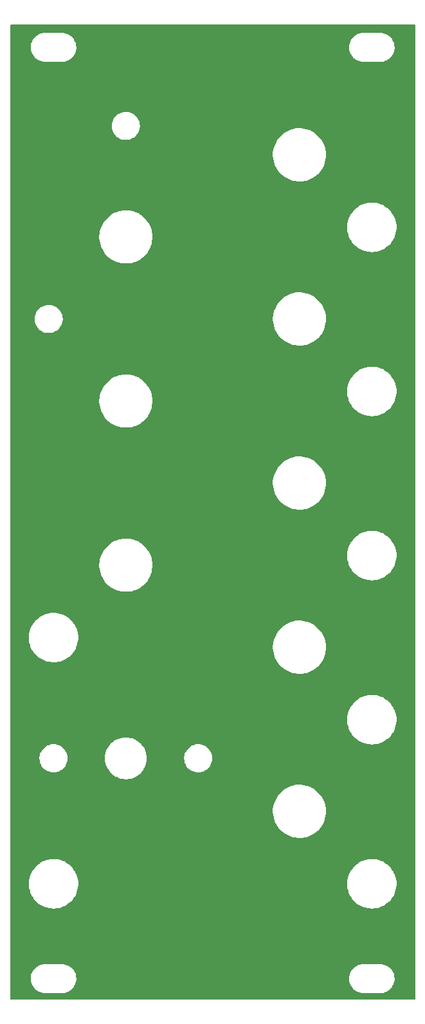
<source format=gtl>
G04 #@! TF.GenerationSoftware,KiCad,Pcbnew,(6.0.0)*
G04 #@! TF.CreationDate,2022-08-25T14:32:43+02:00*
G04 #@! TF.ProjectId,FG-VCO-(panel),46472d56-434f-42d2-9870-616e656c292e,rev?*
G04 #@! TF.SameCoordinates,Original*
G04 #@! TF.FileFunction,Copper,L1,Top*
G04 #@! TF.FilePolarity,Positive*
%FSLAX46Y46*%
G04 Gerber Fmt 4.6, Leading zero omitted, Abs format (unit mm)*
G04 Created by KiCad (PCBNEW (6.0.0)) date 2022-08-25 14:32:43*
%MOMM*%
%LPD*%
G01*
G04 APERTURE LIST*
G04 APERTURE END LIST*
G04 #@! TA.AperFunction,NonConductor*
G36*
X53298691Y10775593D02*
G01*
X53334655Y10726093D01*
X53339500Y10695500D01*
X53339500Y-117376000D01*
X53320593Y-117434191D01*
X53271093Y-117470155D01*
X53240500Y-117475000D01*
X99500Y-117475000D01*
X41309Y-117456093D01*
X5345Y-117406593D01*
X500Y-117376000D01*
X500Y-114748233D01*
X2704906Y-114748233D01*
X2705246Y-114751795D01*
X2705246Y-114751802D01*
X2723274Y-114940748D01*
X2731102Y-115022792D01*
X2796657Y-115290694D01*
X2900199Y-115546326D01*
X3039558Y-115784335D01*
X3211816Y-115999732D01*
X3413364Y-116188008D01*
X3639979Y-116345216D01*
X3643184Y-116346811D01*
X3643190Y-116346814D01*
X3883699Y-116466466D01*
X3883704Y-116466468D01*
X3886914Y-116468065D01*
X3890325Y-116469183D01*
X3890327Y-116469184D01*
X4145593Y-116552864D01*
X4145596Y-116552865D01*
X4148998Y-116553980D01*
X4420738Y-116601162D01*
X4471160Y-116603672D01*
X4506644Y-116605439D01*
X4506657Y-116605439D01*
X4507876Y-116605500D01*
X6880070Y-116605500D01*
X7085083Y-116590625D01*
X7115490Y-116583912D01*
X7350904Y-116531937D01*
X7350910Y-116531935D01*
X7354403Y-116531164D01*
X7357752Y-116529895D01*
X7357756Y-116529894D01*
X7520951Y-116468065D01*
X7612319Y-116433449D01*
X7853428Y-116299525D01*
X8072678Y-116132198D01*
X8265477Y-115934974D01*
X8377376Y-115781242D01*
X8425682Y-115714876D01*
X8427787Y-115711984D01*
X8556206Y-115467899D01*
X8648045Y-115207832D01*
X8701380Y-114937232D01*
X8710789Y-114748233D01*
X44624906Y-114748233D01*
X44625246Y-114751795D01*
X44625246Y-114751802D01*
X44643274Y-114940748D01*
X44651102Y-115022792D01*
X44716657Y-115290694D01*
X44820199Y-115546326D01*
X44959558Y-115784335D01*
X45131816Y-115999732D01*
X45333364Y-116188008D01*
X45559979Y-116345216D01*
X45563184Y-116346811D01*
X45563190Y-116346814D01*
X45803699Y-116466466D01*
X45803704Y-116466468D01*
X45806914Y-116468065D01*
X45810325Y-116469183D01*
X45810327Y-116469184D01*
X46065593Y-116552864D01*
X46065596Y-116552865D01*
X46068998Y-116553980D01*
X46340738Y-116601162D01*
X46391160Y-116603672D01*
X46426644Y-116605439D01*
X46426657Y-116605439D01*
X46427876Y-116605500D01*
X48800070Y-116605500D01*
X49005083Y-116590625D01*
X49035490Y-116583912D01*
X49270904Y-116531937D01*
X49270910Y-116531935D01*
X49274403Y-116531164D01*
X49277752Y-116529895D01*
X49277756Y-116529894D01*
X49440951Y-116468065D01*
X49532319Y-116433449D01*
X49773428Y-116299525D01*
X49992678Y-116132198D01*
X50185477Y-115934974D01*
X50297376Y-115781242D01*
X50345682Y-115714876D01*
X50347787Y-115711984D01*
X50476206Y-115467899D01*
X50568045Y-115207832D01*
X50621380Y-114937232D01*
X50635094Y-114661767D01*
X50634754Y-114658205D01*
X50634754Y-114658198D01*
X50609239Y-114390779D01*
X50609238Y-114390775D01*
X50608898Y-114387208D01*
X50543343Y-114119306D01*
X50439801Y-113863674D01*
X50300442Y-113625665D01*
X50128184Y-113410268D01*
X49926636Y-113221992D01*
X49700021Y-113064784D01*
X49696816Y-113063189D01*
X49696810Y-113063186D01*
X49456301Y-112943534D01*
X49456296Y-112943532D01*
X49453086Y-112941935D01*
X49449675Y-112940817D01*
X49449673Y-112940816D01*
X49194407Y-112857136D01*
X49194404Y-112857135D01*
X49191002Y-112856020D01*
X48919262Y-112808838D01*
X48868840Y-112806328D01*
X48833356Y-112804561D01*
X48833343Y-112804561D01*
X48832124Y-112804500D01*
X46459930Y-112804500D01*
X46254917Y-112819375D01*
X46251406Y-112820150D01*
X46251407Y-112820150D01*
X45989096Y-112878063D01*
X45989090Y-112878065D01*
X45985597Y-112878836D01*
X45982248Y-112880105D01*
X45982244Y-112880106D01*
X45878185Y-112919530D01*
X45727681Y-112976551D01*
X45486572Y-113110475D01*
X45267322Y-113277802D01*
X45074523Y-113475026D01*
X45072414Y-113477923D01*
X45072411Y-113477927D01*
X44914318Y-113695124D01*
X44912213Y-113698016D01*
X44783794Y-113942101D01*
X44691955Y-114202168D01*
X44638620Y-114472768D01*
X44624906Y-114748233D01*
X8710789Y-114748233D01*
X8715094Y-114661767D01*
X8714754Y-114658205D01*
X8714754Y-114658198D01*
X8689239Y-114390779D01*
X8689238Y-114390775D01*
X8688898Y-114387208D01*
X8623343Y-114119306D01*
X8519801Y-113863674D01*
X8380442Y-113625665D01*
X8208184Y-113410268D01*
X8006636Y-113221992D01*
X7780021Y-113064784D01*
X7776816Y-113063189D01*
X7776810Y-113063186D01*
X7536301Y-112943534D01*
X7536296Y-112943532D01*
X7533086Y-112941935D01*
X7529675Y-112940817D01*
X7529673Y-112940816D01*
X7274407Y-112857136D01*
X7274404Y-112857135D01*
X7271002Y-112856020D01*
X6999262Y-112808838D01*
X6948840Y-112806328D01*
X6913356Y-112804561D01*
X6913343Y-112804561D01*
X6912124Y-112804500D01*
X4539930Y-112804500D01*
X4334917Y-112819375D01*
X4331406Y-112820150D01*
X4331407Y-112820150D01*
X4069096Y-112878063D01*
X4069090Y-112878065D01*
X4065597Y-112878836D01*
X4062248Y-112880105D01*
X4062244Y-112880106D01*
X3958185Y-112919530D01*
X3807681Y-112976551D01*
X3566572Y-113110475D01*
X3347322Y-113277802D01*
X3154523Y-113475026D01*
X3152414Y-113477923D01*
X3152411Y-113477927D01*
X2994318Y-113695124D01*
X2992213Y-113698016D01*
X2863794Y-113942101D01*
X2771955Y-114202168D01*
X2718620Y-114472768D01*
X2704906Y-114748233D01*
X500Y-114748233D01*
X500Y-102132744D01*
X2461163Y-102132744D01*
X2469592Y-102490419D01*
X2517220Y-102845009D01*
X2603470Y-103192232D01*
X2604411Y-103194784D01*
X2604413Y-103194789D01*
X2675770Y-103388209D01*
X2727302Y-103527892D01*
X2728512Y-103530313D01*
X2728513Y-103530316D01*
X2819766Y-103712940D01*
X2887220Y-103847937D01*
X2888696Y-103850222D01*
X2888700Y-103850230D01*
X3027803Y-104065662D01*
X3081291Y-104148501D01*
X3307173Y-104425954D01*
X3562137Y-104676944D01*
X3564269Y-104678625D01*
X3564275Y-104678630D01*
X3840969Y-104896758D01*
X3843103Y-104898440D01*
X4146678Y-105087766D01*
X4149123Y-105088940D01*
X4149132Y-105088945D01*
X4307937Y-105165202D01*
X4469196Y-105242637D01*
X4806760Y-105361181D01*
X5155295Y-105441967D01*
X5157987Y-105442286D01*
X5157995Y-105442287D01*
X5508465Y-105483768D01*
X5508474Y-105483769D01*
X5510589Y-105484019D01*
X5538052Y-105484882D01*
X5556911Y-105485475D01*
X5556926Y-105485475D01*
X5557714Y-105485500D01*
X5804817Y-105485500D01*
X6019511Y-105473685D01*
X6069510Y-105470933D01*
X6069512Y-105470933D01*
X6072234Y-105470783D01*
X6249054Y-105441352D01*
X6422462Y-105412489D01*
X6422464Y-105412489D01*
X6425153Y-105412041D01*
X6427777Y-105411301D01*
X6766868Y-105315668D01*
X6766870Y-105315667D01*
X6769495Y-105314927D01*
X6772021Y-105313904D01*
X7098578Y-105181635D01*
X7098585Y-105181632D01*
X7101100Y-105180613D01*
X7103492Y-105179322D01*
X7103497Y-105179320D01*
X7275838Y-105086329D01*
X7415964Y-105010721D01*
X7710284Y-104807305D01*
X7712339Y-104805522D01*
X7978451Y-104574601D01*
X7978456Y-104574596D01*
X7980504Y-104572819D01*
X8118210Y-104423850D01*
X8221511Y-104312100D01*
X8221516Y-104312094D01*
X8223362Y-104310097D01*
X8435923Y-104022312D01*
X8615621Y-103712940D01*
X8760285Y-103385717D01*
X8868167Y-103044596D01*
X8937966Y-102693696D01*
X8955572Y-102490419D01*
X8968603Y-102339961D01*
X8968603Y-102339956D01*
X8968837Y-102337256D01*
X8964017Y-102132744D01*
X44371163Y-102132744D01*
X44379592Y-102490419D01*
X44427220Y-102845009D01*
X44513470Y-103192232D01*
X44514411Y-103194784D01*
X44514413Y-103194789D01*
X44585770Y-103388209D01*
X44637302Y-103527892D01*
X44638512Y-103530313D01*
X44638513Y-103530316D01*
X44729766Y-103712940D01*
X44797220Y-103847937D01*
X44798696Y-103850222D01*
X44798700Y-103850230D01*
X44937803Y-104065662D01*
X44991291Y-104148501D01*
X45217173Y-104425954D01*
X45472137Y-104676944D01*
X45474269Y-104678625D01*
X45474275Y-104678630D01*
X45750969Y-104896758D01*
X45753103Y-104898440D01*
X46056678Y-105087766D01*
X46059123Y-105088940D01*
X46059132Y-105088945D01*
X46217937Y-105165202D01*
X46379196Y-105242637D01*
X46716760Y-105361181D01*
X47065295Y-105441967D01*
X47067987Y-105442286D01*
X47067995Y-105442287D01*
X47418465Y-105483768D01*
X47418474Y-105483769D01*
X47420589Y-105484019D01*
X47448052Y-105484882D01*
X47466911Y-105485475D01*
X47466926Y-105485475D01*
X47467714Y-105485500D01*
X47714817Y-105485500D01*
X47929511Y-105473685D01*
X47979510Y-105470933D01*
X47979512Y-105470933D01*
X47982234Y-105470783D01*
X48159054Y-105441352D01*
X48332462Y-105412489D01*
X48332464Y-105412489D01*
X48335153Y-105412041D01*
X48337777Y-105411301D01*
X48676868Y-105315668D01*
X48676870Y-105315667D01*
X48679495Y-105314927D01*
X48682021Y-105313904D01*
X49008578Y-105181635D01*
X49008585Y-105181632D01*
X49011100Y-105180613D01*
X49013492Y-105179322D01*
X49013497Y-105179320D01*
X49185838Y-105086329D01*
X49325964Y-105010721D01*
X49620284Y-104807305D01*
X49622339Y-104805522D01*
X49888451Y-104574601D01*
X49888456Y-104574596D01*
X49890504Y-104572819D01*
X50028210Y-104423850D01*
X50131511Y-104312100D01*
X50131516Y-104312094D01*
X50133362Y-104310097D01*
X50345923Y-104022312D01*
X50525621Y-103712940D01*
X50670285Y-103385717D01*
X50778167Y-103044596D01*
X50847966Y-102693696D01*
X50865572Y-102490419D01*
X50878603Y-102339961D01*
X50878603Y-102339956D01*
X50878837Y-102337256D01*
X50870408Y-101979581D01*
X50822780Y-101624991D01*
X50736530Y-101277768D01*
X50666108Y-101086880D01*
X50613636Y-100944650D01*
X50613635Y-100944647D01*
X50612698Y-100942108D01*
X50521481Y-100759555D01*
X50453999Y-100624502D01*
X50453997Y-100624498D01*
X50452780Y-100622063D01*
X50451304Y-100619778D01*
X50451300Y-100619770D01*
X50260190Y-100323793D01*
X50258709Y-100321499D01*
X50032827Y-100044046D01*
X49777863Y-99793056D01*
X49775731Y-99791375D01*
X49775725Y-99791370D01*
X49499031Y-99573242D01*
X49499027Y-99573239D01*
X49496897Y-99571560D01*
X49193322Y-99382234D01*
X49190877Y-99381060D01*
X49190868Y-99381055D01*
X49002661Y-99290680D01*
X48870804Y-99227363D01*
X48533240Y-99108819D01*
X48184705Y-99028033D01*
X48182013Y-99027714D01*
X48182005Y-99027713D01*
X47831535Y-98986232D01*
X47831526Y-98986231D01*
X47829411Y-98985981D01*
X47801948Y-98985118D01*
X47783089Y-98984525D01*
X47783074Y-98984525D01*
X47782286Y-98984500D01*
X47535183Y-98984500D01*
X47320489Y-98996315D01*
X47270490Y-98999067D01*
X47270488Y-98999067D01*
X47267766Y-98999217D01*
X47096563Y-99027713D01*
X46917538Y-99057511D01*
X46917536Y-99057511D01*
X46914847Y-99057959D01*
X46912224Y-99058699D01*
X46912223Y-99058699D01*
X46736691Y-99108204D01*
X46570505Y-99155073D01*
X46567981Y-99156095D01*
X46567979Y-99156096D01*
X46241422Y-99288365D01*
X46241415Y-99288368D01*
X46238900Y-99289387D01*
X46236508Y-99290678D01*
X46236503Y-99290680D01*
X46096993Y-99365956D01*
X45924036Y-99459279D01*
X45629716Y-99662695D01*
X45627664Y-99664476D01*
X45627661Y-99664478D01*
X45361549Y-99895399D01*
X45361544Y-99895404D01*
X45359496Y-99897181D01*
X45357649Y-99899179D01*
X45357648Y-99899180D01*
X45118489Y-100157900D01*
X45118484Y-100157906D01*
X45116638Y-100159903D01*
X44904077Y-100447688D01*
X44724379Y-100757060D01*
X44579715Y-101084283D01*
X44471833Y-101425404D01*
X44402034Y-101776304D01*
X44401801Y-101778999D01*
X44401800Y-101779003D01*
X44384193Y-101982303D01*
X44371163Y-102132744D01*
X8964017Y-102132744D01*
X8960408Y-101979581D01*
X8912780Y-101624991D01*
X8826530Y-101277768D01*
X8756108Y-101086880D01*
X8703636Y-100944650D01*
X8703635Y-100944647D01*
X8702698Y-100942108D01*
X8611481Y-100759555D01*
X8543999Y-100624502D01*
X8543997Y-100624498D01*
X8542780Y-100622063D01*
X8541304Y-100619778D01*
X8541300Y-100619770D01*
X8350190Y-100323793D01*
X8348709Y-100321499D01*
X8122827Y-100044046D01*
X7867863Y-99793056D01*
X7865731Y-99791375D01*
X7865725Y-99791370D01*
X7589031Y-99573242D01*
X7589027Y-99573239D01*
X7586897Y-99571560D01*
X7283322Y-99382234D01*
X7280877Y-99381060D01*
X7280868Y-99381055D01*
X7092661Y-99290680D01*
X6960804Y-99227363D01*
X6623240Y-99108819D01*
X6274705Y-99028033D01*
X6272013Y-99027714D01*
X6272005Y-99027713D01*
X5921535Y-98986232D01*
X5921526Y-98986231D01*
X5919411Y-98985981D01*
X5891948Y-98985118D01*
X5873089Y-98984525D01*
X5873074Y-98984525D01*
X5872286Y-98984500D01*
X5625183Y-98984500D01*
X5410489Y-98996315D01*
X5360490Y-98999067D01*
X5360488Y-98999067D01*
X5357766Y-98999217D01*
X5186563Y-99027713D01*
X5007538Y-99057511D01*
X5007536Y-99057511D01*
X5004847Y-99057959D01*
X5002224Y-99058699D01*
X5002223Y-99058699D01*
X4826691Y-99108204D01*
X4660505Y-99155073D01*
X4657981Y-99156095D01*
X4657979Y-99156096D01*
X4331422Y-99288365D01*
X4331415Y-99288368D01*
X4328900Y-99289387D01*
X4326508Y-99290678D01*
X4326503Y-99290680D01*
X4186993Y-99365956D01*
X4014036Y-99459279D01*
X3719716Y-99662695D01*
X3717664Y-99664476D01*
X3717661Y-99664478D01*
X3451549Y-99895399D01*
X3451544Y-99895404D01*
X3449496Y-99897181D01*
X3447649Y-99899179D01*
X3447648Y-99899180D01*
X3208489Y-100157900D01*
X3208484Y-100157906D01*
X3206638Y-100159903D01*
X2994077Y-100447688D01*
X2814379Y-100757060D01*
X2669715Y-101084283D01*
X2561833Y-101425404D01*
X2492034Y-101776304D01*
X2491801Y-101778999D01*
X2491800Y-101779003D01*
X2474193Y-101982303D01*
X2461163Y-102132744D01*
X500Y-102132744D01*
X500Y-92801762D01*
X34595733Y-92801762D01*
X34625326Y-93173621D01*
X34625812Y-93176205D01*
X34625813Y-93176213D01*
X34693781Y-93537651D01*
X34694266Y-93540229D01*
X34801773Y-93897435D01*
X34802795Y-93899861D01*
X34802796Y-93899863D01*
X34945609Y-94238776D01*
X34945614Y-94238786D01*
X34946629Y-94241195D01*
X35127195Y-94567615D01*
X35341424Y-94873000D01*
X35586893Y-95153890D01*
X35860820Y-95407106D01*
X36160104Y-95629779D01*
X36162371Y-95631117D01*
X36162380Y-95631123D01*
X36479084Y-95818048D01*
X36479090Y-95818051D01*
X36481355Y-95819388D01*
X36820936Y-95973786D01*
X37175001Y-96091225D01*
X37177576Y-96091784D01*
X37177583Y-96091786D01*
X37536971Y-96169817D01*
X37536975Y-96169818D01*
X37539542Y-96170375D01*
X37910428Y-96210338D01*
X37912396Y-96210391D01*
X37912407Y-96210392D01*
X37914333Y-96210444D01*
X37916414Y-96210500D01*
X38193239Y-96210500D01*
X38472505Y-96195620D01*
X38475101Y-96195202D01*
X38475109Y-96195201D01*
X38838180Y-96136721D01*
X38838185Y-96136720D01*
X38840792Y-96136300D01*
X38843338Y-96135606D01*
X38843342Y-96135605D01*
X39020742Y-96087240D01*
X39200691Y-96038181D01*
X39203141Y-96037223D01*
X39203151Y-96037220D01*
X39394864Y-95962280D01*
X39548124Y-95902372D01*
X39710455Y-95818048D01*
X39876813Y-95731632D01*
X39876818Y-95731629D01*
X39879159Y-95730413D01*
X39881352Y-95728959D01*
X39881360Y-95728954D01*
X40187847Y-95525710D01*
X40187848Y-95525709D01*
X40190047Y-95524251D01*
X40477267Y-95286220D01*
X40737566Y-95019015D01*
X40967998Y-94725663D01*
X41165951Y-94409485D01*
X41329186Y-94074062D01*
X41455853Y-93723192D01*
X41544518Y-93360848D01*
X41594176Y-92991135D01*
X41604267Y-92618238D01*
X41574674Y-92246379D01*
X41539959Y-92061768D01*
X41506219Y-91882349D01*
X41506218Y-91882345D01*
X41505734Y-91879771D01*
X41398227Y-91522565D01*
X41323799Y-91345938D01*
X41254391Y-91181224D01*
X41254386Y-91181214D01*
X41253371Y-91178805D01*
X41072805Y-90852385D01*
X40858576Y-90547000D01*
X40613107Y-90266110D01*
X40339180Y-90012894D01*
X40039896Y-89790221D01*
X40037629Y-89788883D01*
X40037620Y-89788877D01*
X39720916Y-89601952D01*
X39720910Y-89601949D01*
X39718645Y-89600612D01*
X39379064Y-89446214D01*
X39024999Y-89328775D01*
X39022424Y-89328216D01*
X39022417Y-89328214D01*
X38663029Y-89250183D01*
X38663025Y-89250182D01*
X38660458Y-89249625D01*
X38289572Y-89209662D01*
X38287604Y-89209609D01*
X38287593Y-89209608D01*
X38285667Y-89209556D01*
X38283586Y-89209500D01*
X38006761Y-89209500D01*
X37727495Y-89224380D01*
X37724899Y-89224798D01*
X37724891Y-89224799D01*
X37361820Y-89283279D01*
X37361815Y-89283280D01*
X37359208Y-89283700D01*
X37356662Y-89284394D01*
X37356658Y-89284395D01*
X37195931Y-89328214D01*
X36999309Y-89381819D01*
X36996859Y-89382777D01*
X36996849Y-89382780D01*
X36831777Y-89447306D01*
X36651876Y-89517628D01*
X36649537Y-89518843D01*
X36323187Y-89688368D01*
X36323182Y-89688371D01*
X36320841Y-89689587D01*
X36318648Y-89691041D01*
X36318640Y-89691046D01*
X36012153Y-89894290D01*
X36009953Y-89895749D01*
X35722733Y-90133780D01*
X35462434Y-90400985D01*
X35232002Y-90694337D01*
X35034049Y-91010515D01*
X34870814Y-91345938D01*
X34744147Y-91696808D01*
X34655482Y-92059152D01*
X34605824Y-92428865D01*
X34595733Y-92801762D01*
X500Y-92801762D01*
X500Y-85767095D01*
X3860028Y-85767095D01*
X3860368Y-85770657D01*
X3860368Y-85770664D01*
X3877922Y-85954648D01*
X3885534Y-86034431D01*
X3949364Y-86295285D01*
X4050182Y-86544192D01*
X4185875Y-86775938D01*
X4353601Y-86985669D01*
X4549846Y-87168991D01*
X4770499Y-87322064D01*
X4892066Y-87382542D01*
X5007723Y-87440081D01*
X5007728Y-87440083D01*
X5010938Y-87441680D01*
X5014349Y-87442798D01*
X5014351Y-87442799D01*
X5262721Y-87524219D01*
X5262724Y-87524220D01*
X5266126Y-87525335D01*
X5530717Y-87571276D01*
X5579761Y-87573717D01*
X5614335Y-87575439D01*
X5614348Y-87575439D01*
X5615567Y-87575500D01*
X5783223Y-87575500D01*
X5982846Y-87561016D01*
X6245080Y-87503120D01*
X6248429Y-87501851D01*
X6248433Y-87501850D01*
X6350087Y-87463337D01*
X6496211Y-87407975D01*
X6650879Y-87322064D01*
X6727837Y-87279318D01*
X6727841Y-87279315D01*
X6730976Y-87277574D01*
X6739242Y-87271266D01*
X6941607Y-87116826D01*
X6941609Y-87116825D01*
X6944458Y-87114650D01*
X7132185Y-86922614D01*
X7290225Y-86705491D01*
X7415265Y-86467828D01*
X7504688Y-86214603D01*
X7533119Y-86070359D01*
X7555925Y-85954648D01*
X7556620Y-85951122D01*
X7568595Y-85710572D01*
X12484511Y-85710572D01*
X12484675Y-85713553D01*
X12484675Y-85713560D01*
X12502138Y-86030861D01*
X12502735Y-86041712D01*
X12560608Y-86368265D01*
X12561479Y-86371123D01*
X12561480Y-86371127D01*
X12591920Y-86471002D01*
X12657294Y-86685500D01*
X12658499Y-86688226D01*
X12658501Y-86688231D01*
X12790183Y-86986089D01*
X12791391Y-86988821D01*
X12960957Y-87273836D01*
X12962777Y-87276195D01*
X12962781Y-87276201D01*
X13113193Y-87471162D01*
X13163536Y-87536415D01*
X13396193Y-87772756D01*
X13398521Y-87774611D01*
X13398522Y-87774612D01*
X13517352Y-87869303D01*
X13655558Y-87979434D01*
X13658098Y-87980999D01*
X13658097Y-87980999D01*
X13935336Y-88151891D01*
X13935341Y-88151894D01*
X13937874Y-88153455D01*
X13940582Y-88154704D01*
X13940585Y-88154705D01*
X14048048Y-88204246D01*
X14239051Y-88292300D01*
X14241895Y-88293216D01*
X14241898Y-88293217D01*
X14267371Y-88301420D01*
X14554728Y-88393957D01*
X14557647Y-88394522D01*
X14557648Y-88394522D01*
X14877416Y-88456389D01*
X14877419Y-88456389D01*
X14880332Y-88456953D01*
X14883294Y-88457163D01*
X14883296Y-88457163D01*
X14923860Y-88460035D01*
X15142279Y-88475500D01*
X15323386Y-88475500D01*
X15324840Y-88475412D01*
X15324852Y-88475412D01*
X15568075Y-88460749D01*
X15568079Y-88460748D01*
X15571040Y-88460570D01*
X15897285Y-88400987D01*
X15922869Y-88393043D01*
X16211163Y-88303525D01*
X16211167Y-88303523D01*
X16214009Y-88302641D01*
X16216728Y-88301422D01*
X16216733Y-88301420D01*
X16513905Y-88168178D01*
X16513911Y-88168175D01*
X16516625Y-88166958D01*
X16536978Y-88154705D01*
X16798192Y-87997441D01*
X16798194Y-87997440D01*
X16800748Y-87995902D01*
X16803100Y-87994068D01*
X16803104Y-87994065D01*
X17059903Y-87793792D01*
X17059908Y-87793788D01*
X17062263Y-87791951D01*
X17297382Y-87558060D01*
X17483427Y-87322064D01*
X17500851Y-87299962D01*
X17500856Y-87299955D01*
X17502699Y-87297617D01*
X17516236Y-87275397D01*
X17673690Y-87016937D01*
X17675240Y-87014393D01*
X17812506Y-86712493D01*
X17912509Y-86396288D01*
X17918332Y-86365323D01*
X17973248Y-86073290D01*
X17973248Y-86073287D01*
X17973799Y-86070359D01*
X17993676Y-85767095D01*
X22910028Y-85767095D01*
X22910368Y-85770657D01*
X22910368Y-85770664D01*
X22927922Y-85954648D01*
X22935534Y-86034431D01*
X22999364Y-86295285D01*
X23100182Y-86544192D01*
X23235875Y-86775938D01*
X23403601Y-86985669D01*
X23599846Y-87168991D01*
X23820499Y-87322064D01*
X23942066Y-87382542D01*
X24057723Y-87440081D01*
X24057728Y-87440083D01*
X24060938Y-87441680D01*
X24064349Y-87442798D01*
X24064351Y-87442799D01*
X24312721Y-87524219D01*
X24312724Y-87524220D01*
X24316126Y-87525335D01*
X24580717Y-87571276D01*
X24629761Y-87573717D01*
X24664335Y-87575439D01*
X24664348Y-87575439D01*
X24665567Y-87575500D01*
X24833223Y-87575500D01*
X25032846Y-87561016D01*
X25295080Y-87503120D01*
X25298429Y-87501851D01*
X25298433Y-87501850D01*
X25400087Y-87463337D01*
X25546211Y-87407975D01*
X25700879Y-87322064D01*
X25777837Y-87279318D01*
X25777841Y-87279315D01*
X25780976Y-87277574D01*
X25789242Y-87271266D01*
X25991607Y-87116826D01*
X25991609Y-87116825D01*
X25994458Y-87114650D01*
X26182185Y-86922614D01*
X26340225Y-86705491D01*
X26465265Y-86467828D01*
X26554688Y-86214603D01*
X26583119Y-86070359D01*
X26605925Y-85954648D01*
X26606620Y-85951122D01*
X26619972Y-85682905D01*
X26619632Y-85679343D01*
X26619632Y-85679336D01*
X26594807Y-85419139D01*
X26594806Y-85419134D01*
X26594466Y-85415569D01*
X26530636Y-85154715D01*
X26429818Y-84905808D01*
X26294125Y-84674062D01*
X26126399Y-84464331D01*
X25930154Y-84281009D01*
X25709501Y-84127936D01*
X25536812Y-84042025D01*
X25472277Y-84009919D01*
X25472272Y-84009917D01*
X25469062Y-84008320D01*
X25285515Y-83948150D01*
X25217279Y-83925781D01*
X25217276Y-83925780D01*
X25213874Y-83924665D01*
X24949283Y-83878724D01*
X24900239Y-83876283D01*
X24865665Y-83874561D01*
X24865652Y-83874561D01*
X24864433Y-83874500D01*
X24696777Y-83874500D01*
X24497154Y-83888984D01*
X24234920Y-83946880D01*
X24231571Y-83948149D01*
X24231567Y-83948150D01*
X24129913Y-83986663D01*
X23983789Y-84042025D01*
X23853411Y-84114444D01*
X23752163Y-84170682D01*
X23752159Y-84170685D01*
X23749024Y-84172426D01*
X23746174Y-84174601D01*
X23746171Y-84174603D01*
X23538393Y-84333174D01*
X23535542Y-84335350D01*
X23347815Y-84527386D01*
X23189775Y-84744509D01*
X23064735Y-84982172D01*
X22975312Y-85235397D01*
X22974618Y-85238919D01*
X22974617Y-85238922D01*
X22929479Y-85467934D01*
X22923380Y-85498878D01*
X22910028Y-85767095D01*
X17993676Y-85767095D01*
X17995489Y-85739428D01*
X17994066Y-85713560D01*
X17977429Y-85411265D01*
X17977429Y-85411262D01*
X17977265Y-85408288D01*
X17919392Y-85081735D01*
X17889048Y-84982172D01*
X17823577Y-84767359D01*
X17822706Y-84764500D01*
X17809571Y-84734788D01*
X17689817Y-84463911D01*
X17689816Y-84463908D01*
X17688609Y-84461179D01*
X17519043Y-84176164D01*
X17517223Y-84173805D01*
X17517219Y-84173799D01*
X17318283Y-83915943D01*
X17316464Y-83913585D01*
X17083807Y-83677244D01*
X17057409Y-83656208D01*
X16858576Y-83497766D01*
X16824442Y-83470566D01*
X16741067Y-83419173D01*
X16544664Y-83298109D01*
X16544659Y-83298106D01*
X16542126Y-83296545D01*
X16516166Y-83284577D01*
X16431952Y-83245754D01*
X16240949Y-83157700D01*
X16238105Y-83156784D01*
X16238102Y-83156783D01*
X16140991Y-83125511D01*
X15925272Y-83056043D01*
X15893506Y-83049897D01*
X15602584Y-82993611D01*
X15602581Y-82993611D01*
X15599668Y-82993047D01*
X15596706Y-82992837D01*
X15596704Y-82992837D01*
X15527208Y-82987917D01*
X15337721Y-82974500D01*
X15156614Y-82974500D01*
X15155160Y-82974588D01*
X15155148Y-82974588D01*
X14911925Y-82989251D01*
X14911921Y-82989252D01*
X14908960Y-82989430D01*
X14582715Y-83049013D01*
X14579868Y-83049897D01*
X14268837Y-83146475D01*
X14268833Y-83146477D01*
X14265991Y-83147359D01*
X14263272Y-83148578D01*
X14263267Y-83148580D01*
X13966095Y-83281822D01*
X13966089Y-83281825D01*
X13963375Y-83283042D01*
X13960828Y-83284576D01*
X13960825Y-83284577D01*
X13681808Y-83452559D01*
X13679252Y-83454098D01*
X13676900Y-83455932D01*
X13676896Y-83455935D01*
X13420097Y-83656208D01*
X13420092Y-83656212D01*
X13417737Y-83658049D01*
X13182618Y-83891940D01*
X13139307Y-83946880D01*
X12979149Y-84150038D01*
X12979144Y-84150045D01*
X12977301Y-84152383D01*
X12975753Y-84154925D01*
X12975751Y-84154927D01*
X12961248Y-84178734D01*
X12804760Y-84435607D01*
X12667494Y-84737507D01*
X12567491Y-85053712D01*
X12566940Y-85056642D01*
X12549123Y-85151392D01*
X12506201Y-85379641D01*
X12484511Y-85710572D01*
X7568595Y-85710572D01*
X7569972Y-85682905D01*
X7569632Y-85679343D01*
X7569632Y-85679336D01*
X7544807Y-85419139D01*
X7544806Y-85419134D01*
X7544466Y-85415569D01*
X7480636Y-85154715D01*
X7379818Y-84905808D01*
X7244125Y-84674062D01*
X7076399Y-84464331D01*
X6880154Y-84281009D01*
X6659501Y-84127936D01*
X6486812Y-84042025D01*
X6422277Y-84009919D01*
X6422272Y-84009917D01*
X6419062Y-84008320D01*
X6235515Y-83948150D01*
X6167279Y-83925781D01*
X6167276Y-83925780D01*
X6163874Y-83924665D01*
X5899283Y-83878724D01*
X5850239Y-83876283D01*
X5815665Y-83874561D01*
X5815652Y-83874561D01*
X5814433Y-83874500D01*
X5646777Y-83874500D01*
X5447154Y-83888984D01*
X5184920Y-83946880D01*
X5181571Y-83948149D01*
X5181567Y-83948150D01*
X5079913Y-83986663D01*
X4933789Y-84042025D01*
X4803411Y-84114444D01*
X4702163Y-84170682D01*
X4702159Y-84170685D01*
X4699024Y-84172426D01*
X4696174Y-84174601D01*
X4696171Y-84174603D01*
X4488393Y-84333174D01*
X4485542Y-84335350D01*
X4297815Y-84527386D01*
X4139775Y-84744509D01*
X4014735Y-84982172D01*
X3925312Y-85235397D01*
X3924618Y-85238919D01*
X3924617Y-85238922D01*
X3879479Y-85467934D01*
X3873380Y-85498878D01*
X3860028Y-85767095D01*
X500Y-85767095D01*
X500Y-80542744D01*
X44371163Y-80542744D01*
X44379592Y-80900419D01*
X44427220Y-81255009D01*
X44513470Y-81602232D01*
X44514411Y-81604784D01*
X44514413Y-81604789D01*
X44585770Y-81798209D01*
X44637302Y-81937892D01*
X44638512Y-81940313D01*
X44638513Y-81940316D01*
X44729766Y-82122940D01*
X44797220Y-82257937D01*
X44798696Y-82260222D01*
X44798700Y-82260230D01*
X44937803Y-82475662D01*
X44991291Y-82558501D01*
X45217173Y-82835954D01*
X45472137Y-83086944D01*
X45474269Y-83088625D01*
X45474275Y-83088630D01*
X45738014Y-83296545D01*
X45753103Y-83308440D01*
X46056678Y-83497766D01*
X46059123Y-83498940D01*
X46059132Y-83498945D01*
X46217937Y-83575201D01*
X46379196Y-83652637D01*
X46716760Y-83771181D01*
X47065295Y-83851967D01*
X47067987Y-83852286D01*
X47067995Y-83852287D01*
X47418465Y-83893768D01*
X47418474Y-83893769D01*
X47420589Y-83894019D01*
X47448052Y-83894882D01*
X47466911Y-83895475D01*
X47466926Y-83895475D01*
X47467714Y-83895500D01*
X47714817Y-83895500D01*
X47929511Y-83883685D01*
X47979510Y-83880933D01*
X47979512Y-83880933D01*
X47982234Y-83880783D01*
X48159054Y-83851352D01*
X48332462Y-83822489D01*
X48332464Y-83822489D01*
X48335153Y-83822041D01*
X48337777Y-83821301D01*
X48676868Y-83725668D01*
X48676870Y-83725667D01*
X48679495Y-83724927D01*
X48801801Y-83675388D01*
X49008578Y-83591635D01*
X49008585Y-83591632D01*
X49011100Y-83590613D01*
X49013492Y-83589322D01*
X49013497Y-83589320D01*
X49233585Y-83470566D01*
X49325964Y-83420721D01*
X49620284Y-83217305D01*
X49687530Y-83158952D01*
X49888451Y-82984601D01*
X49888456Y-82984596D01*
X49890504Y-82982819D01*
X50028210Y-82833850D01*
X50131511Y-82722100D01*
X50131516Y-82722094D01*
X50133362Y-82720097D01*
X50345923Y-82432312D01*
X50525621Y-82122940D01*
X50670285Y-81795717D01*
X50778167Y-81454596D01*
X50847966Y-81103696D01*
X50865572Y-80900419D01*
X50878603Y-80749961D01*
X50878603Y-80749956D01*
X50878837Y-80747256D01*
X50870408Y-80389581D01*
X50822780Y-80034991D01*
X50736530Y-79687768D01*
X50666108Y-79496880D01*
X50613636Y-79354650D01*
X50613635Y-79354647D01*
X50612698Y-79352108D01*
X50521481Y-79169555D01*
X50453999Y-79034502D01*
X50453997Y-79034498D01*
X50452780Y-79032063D01*
X50451304Y-79029778D01*
X50451300Y-79029770D01*
X50260190Y-78733793D01*
X50258709Y-78731499D01*
X50032827Y-78454046D01*
X49777863Y-78203056D01*
X49775731Y-78201375D01*
X49775725Y-78201370D01*
X49499031Y-77983242D01*
X49499027Y-77983239D01*
X49496897Y-77981560D01*
X49193322Y-77792234D01*
X49190877Y-77791060D01*
X49190868Y-77791055D01*
X49002661Y-77700680D01*
X48870804Y-77637363D01*
X48533240Y-77518819D01*
X48184705Y-77438033D01*
X48182013Y-77437714D01*
X48182005Y-77437713D01*
X47831535Y-77396232D01*
X47831526Y-77396231D01*
X47829411Y-77395981D01*
X47801948Y-77395118D01*
X47783089Y-77394525D01*
X47783074Y-77394525D01*
X47782286Y-77394500D01*
X47535183Y-77394500D01*
X47320489Y-77406315D01*
X47270490Y-77409067D01*
X47270488Y-77409067D01*
X47267766Y-77409217D01*
X47096563Y-77437713D01*
X46917538Y-77467511D01*
X46917536Y-77467511D01*
X46914847Y-77467959D01*
X46912224Y-77468699D01*
X46912223Y-77468699D01*
X46736691Y-77518204D01*
X46570505Y-77565073D01*
X46567981Y-77566095D01*
X46567979Y-77566096D01*
X46241422Y-77698365D01*
X46241415Y-77698368D01*
X46238900Y-77699387D01*
X46236508Y-77700678D01*
X46236503Y-77700680D01*
X46096993Y-77775956D01*
X45924036Y-77869279D01*
X45629716Y-78072695D01*
X45627664Y-78074476D01*
X45627661Y-78074478D01*
X45361549Y-78305399D01*
X45361544Y-78305404D01*
X45359496Y-78307181D01*
X45357649Y-78309179D01*
X45357648Y-78309180D01*
X45118489Y-78567900D01*
X45118484Y-78567906D01*
X45116638Y-78569903D01*
X44904077Y-78857688D01*
X44724379Y-79167060D01*
X44579715Y-79494283D01*
X44471833Y-79835404D01*
X44402034Y-80186304D01*
X44401801Y-80188999D01*
X44401800Y-80189003D01*
X44384193Y-80392303D01*
X44371163Y-80542744D01*
X500Y-80542744D01*
X500Y-69747744D01*
X2461163Y-69747744D01*
X2469592Y-70105419D01*
X2517220Y-70460009D01*
X2603470Y-70807232D01*
X2604411Y-70809784D01*
X2604413Y-70809789D01*
X2685974Y-71030869D01*
X2727302Y-71142892D01*
X2728512Y-71145313D01*
X2728513Y-71145316D01*
X2855025Y-71398504D01*
X2887220Y-71462937D01*
X2888696Y-71465222D01*
X2888700Y-71465230D01*
X3027803Y-71680662D01*
X3081291Y-71763501D01*
X3307173Y-72040954D01*
X3562137Y-72291944D01*
X3564269Y-72293625D01*
X3564275Y-72293630D01*
X3802685Y-72481577D01*
X3843103Y-72513440D01*
X4146678Y-72702766D01*
X4149123Y-72703940D01*
X4149132Y-72703945D01*
X4307937Y-72780202D01*
X4469196Y-72857637D01*
X4806760Y-72976181D01*
X5155295Y-73056967D01*
X5157987Y-73057286D01*
X5157995Y-73057287D01*
X5508465Y-73098768D01*
X5508474Y-73098769D01*
X5510589Y-73099019D01*
X5538052Y-73099882D01*
X5556911Y-73100475D01*
X5556926Y-73100475D01*
X5557714Y-73100500D01*
X5804817Y-73100500D01*
X6019511Y-73088685D01*
X6069510Y-73085933D01*
X6069512Y-73085933D01*
X6072234Y-73085783D01*
X6249054Y-73056352D01*
X6422462Y-73027489D01*
X6422464Y-73027489D01*
X6425153Y-73027041D01*
X6592789Y-72979763D01*
X6766868Y-72930668D01*
X6766870Y-72930667D01*
X6769495Y-72929927D01*
X6772021Y-72928904D01*
X7098578Y-72796635D01*
X7098585Y-72796632D01*
X7101100Y-72795613D01*
X7103492Y-72794322D01*
X7103497Y-72794320D01*
X7275838Y-72701329D01*
X7415964Y-72625721D01*
X7710284Y-72422305D01*
X7712339Y-72420522D01*
X7978451Y-72189601D01*
X7978456Y-72189596D01*
X7980504Y-72187819D01*
X8031001Y-72133192D01*
X8221511Y-71927100D01*
X8221516Y-71927094D01*
X8223362Y-71925097D01*
X8435923Y-71637312D01*
X8467110Y-71583621D01*
X8574634Y-71398504D01*
X8615621Y-71327940D01*
X8666983Y-71211762D01*
X34595733Y-71211762D01*
X34625326Y-71583621D01*
X34625812Y-71586205D01*
X34625813Y-71586213D01*
X34693781Y-71947651D01*
X34694266Y-71950229D01*
X34801773Y-72307435D01*
X34802795Y-72309861D01*
X34802796Y-72309863D01*
X34945609Y-72648776D01*
X34945614Y-72648786D01*
X34946629Y-72651195D01*
X35127195Y-72977615D01*
X35341424Y-73283000D01*
X35586893Y-73563890D01*
X35860820Y-73817106D01*
X36160104Y-74039779D01*
X36162371Y-74041117D01*
X36162380Y-74041123D01*
X36479084Y-74228048D01*
X36479090Y-74228051D01*
X36481355Y-74229388D01*
X36820936Y-74383786D01*
X37175001Y-74501225D01*
X37177576Y-74501784D01*
X37177583Y-74501786D01*
X37536971Y-74579817D01*
X37536975Y-74579818D01*
X37539542Y-74580375D01*
X37910428Y-74620338D01*
X37912396Y-74620391D01*
X37912407Y-74620392D01*
X37914333Y-74620444D01*
X37916414Y-74620500D01*
X38193239Y-74620500D01*
X38472505Y-74605620D01*
X38475101Y-74605202D01*
X38475109Y-74605201D01*
X38838180Y-74546721D01*
X38838185Y-74546720D01*
X38840792Y-74546300D01*
X38843338Y-74545606D01*
X38843342Y-74545605D01*
X39020742Y-74497240D01*
X39200691Y-74448181D01*
X39203141Y-74447223D01*
X39203151Y-74447220D01*
X39394864Y-74372280D01*
X39548124Y-74312372D01*
X39710455Y-74228048D01*
X39876813Y-74141632D01*
X39876818Y-74141629D01*
X39879159Y-74140413D01*
X39881352Y-74138959D01*
X39881360Y-74138954D01*
X40187847Y-73935710D01*
X40187848Y-73935709D01*
X40190047Y-73934251D01*
X40477267Y-73696220D01*
X40737566Y-73429015D01*
X40967998Y-73135663D01*
X40999227Y-73085783D01*
X41164552Y-72821720D01*
X41164554Y-72821716D01*
X41165951Y-72819485D01*
X41329186Y-72484062D01*
X41455853Y-72133192D01*
X41478424Y-72040954D01*
X41543891Y-71773411D01*
X41543892Y-71773408D01*
X41544518Y-71770848D01*
X41594176Y-71401135D01*
X41604267Y-71028238D01*
X41574674Y-70656379D01*
X41539959Y-70471768D01*
X41506219Y-70292349D01*
X41506218Y-70292345D01*
X41505734Y-70289771D01*
X41398227Y-69932565D01*
X41323799Y-69755938D01*
X41254391Y-69591224D01*
X41254386Y-69591214D01*
X41253371Y-69588805D01*
X41072805Y-69262385D01*
X40858576Y-68957000D01*
X40613107Y-68676110D01*
X40339180Y-68422894D01*
X40039896Y-68200221D01*
X40037629Y-68198883D01*
X40037620Y-68198877D01*
X39720916Y-68011952D01*
X39720910Y-68011949D01*
X39718645Y-68010612D01*
X39379064Y-67856214D01*
X39024999Y-67738775D01*
X39022424Y-67738216D01*
X39022417Y-67738214D01*
X38663029Y-67660183D01*
X38663025Y-67660182D01*
X38660458Y-67659625D01*
X38289572Y-67619662D01*
X38287604Y-67619609D01*
X38287593Y-67619608D01*
X38285667Y-67619556D01*
X38283586Y-67619500D01*
X38006761Y-67619500D01*
X37727495Y-67634380D01*
X37724899Y-67634798D01*
X37724891Y-67634799D01*
X37361820Y-67693279D01*
X37361815Y-67693280D01*
X37359208Y-67693700D01*
X37356662Y-67694394D01*
X37356658Y-67694395D01*
X37195931Y-67738214D01*
X36999309Y-67791819D01*
X36996859Y-67792777D01*
X36996849Y-67792780D01*
X36831777Y-67857306D01*
X36651876Y-67927628D01*
X36649537Y-67928843D01*
X36323187Y-68098368D01*
X36323182Y-68098371D01*
X36320841Y-68099587D01*
X36318648Y-68101041D01*
X36318640Y-68101046D01*
X36113530Y-68237063D01*
X36009953Y-68305749D01*
X35722733Y-68543780D01*
X35462434Y-68810985D01*
X35460806Y-68813058D01*
X35460803Y-68813061D01*
X35392022Y-68900623D01*
X35232002Y-69104337D01*
X35230603Y-69106572D01*
X35230602Y-69106573D01*
X35050648Y-69394003D01*
X35034049Y-69420515D01*
X34870814Y-69755938D01*
X34869917Y-69758423D01*
X34799942Y-69952256D01*
X34744147Y-70106808D01*
X34743523Y-70109360D01*
X34743521Y-70109365D01*
X34656109Y-70466589D01*
X34655482Y-70469152D01*
X34655131Y-70471768D01*
X34610073Y-70807232D01*
X34605824Y-70838865D01*
X34595733Y-71211762D01*
X8666983Y-71211762D01*
X8760285Y-71000717D01*
X8868167Y-70659596D01*
X8937966Y-70308696D01*
X8955338Y-70108120D01*
X8968603Y-69954961D01*
X8968603Y-69954956D01*
X8968837Y-69952256D01*
X8960408Y-69594581D01*
X8915788Y-69262385D01*
X8913143Y-69242692D01*
X8913142Y-69242688D01*
X8912780Y-69239991D01*
X8826530Y-68892768D01*
X8797125Y-68813061D01*
X8703636Y-68559650D01*
X8703635Y-68559647D01*
X8702698Y-68557108D01*
X8696986Y-68545676D01*
X8543999Y-68239502D01*
X8543997Y-68239498D01*
X8542780Y-68237063D01*
X8541304Y-68234778D01*
X8541300Y-68234770D01*
X8350190Y-67938793D01*
X8348709Y-67936499D01*
X8122827Y-67659046D01*
X8097771Y-67634380D01*
X7869799Y-67409962D01*
X7867863Y-67408056D01*
X7865731Y-67406375D01*
X7865725Y-67406370D01*
X7589031Y-67188242D01*
X7589027Y-67188239D01*
X7586897Y-67186560D01*
X7283322Y-66997234D01*
X7280877Y-66996060D01*
X7280868Y-66996055D01*
X7092661Y-66905680D01*
X6960804Y-66842363D01*
X6623240Y-66723819D01*
X6274705Y-66643033D01*
X6272013Y-66642714D01*
X6272005Y-66642713D01*
X5921535Y-66601232D01*
X5921526Y-66601231D01*
X5919411Y-66600981D01*
X5891948Y-66600118D01*
X5873089Y-66599525D01*
X5873074Y-66599525D01*
X5872286Y-66599500D01*
X5625183Y-66599500D01*
X5410489Y-66611315D01*
X5360490Y-66614067D01*
X5360488Y-66614067D01*
X5357766Y-66614217D01*
X5186563Y-66642713D01*
X5007538Y-66672511D01*
X5007536Y-66672511D01*
X5004847Y-66672959D01*
X5002224Y-66673699D01*
X5002223Y-66673699D01*
X4826691Y-66723204D01*
X4660505Y-66770073D01*
X4657981Y-66771095D01*
X4657979Y-66771096D01*
X4331422Y-66903365D01*
X4331415Y-66903368D01*
X4328900Y-66904387D01*
X4326508Y-66905678D01*
X4326503Y-66905680D01*
X4186993Y-66980956D01*
X4014036Y-67074279D01*
X3719716Y-67277695D01*
X3717664Y-67279476D01*
X3717661Y-67279478D01*
X3451549Y-67510399D01*
X3451544Y-67510404D01*
X3449496Y-67512181D01*
X3447649Y-67514179D01*
X3447648Y-67514180D01*
X3208489Y-67772900D01*
X3208484Y-67772906D01*
X3206638Y-67774903D01*
X2994077Y-68062688D01*
X2814379Y-68372060D01*
X2669715Y-68699283D01*
X2561833Y-69040404D01*
X2492034Y-69391304D01*
X2491801Y-69393999D01*
X2491800Y-69394003D01*
X2474193Y-69597303D01*
X2461163Y-69747744D01*
X500Y-69747744D01*
X500Y-60416762D01*
X11735733Y-60416762D01*
X11765326Y-60788621D01*
X11765812Y-60791205D01*
X11765813Y-60791213D01*
X11833781Y-61152651D01*
X11834266Y-61155229D01*
X11941773Y-61512435D01*
X11942795Y-61514861D01*
X11942796Y-61514863D01*
X12085609Y-61853776D01*
X12085614Y-61853786D01*
X12086629Y-61856195D01*
X12267195Y-62182615D01*
X12481424Y-62488000D01*
X12726893Y-62768890D01*
X13000820Y-63022106D01*
X13300104Y-63244779D01*
X13302371Y-63246117D01*
X13302380Y-63246123D01*
X13619084Y-63433048D01*
X13619090Y-63433051D01*
X13621355Y-63434388D01*
X13960936Y-63588786D01*
X14315001Y-63706225D01*
X14317576Y-63706784D01*
X14317583Y-63706786D01*
X14676971Y-63784817D01*
X14676975Y-63784818D01*
X14679542Y-63785375D01*
X15050428Y-63825338D01*
X15052396Y-63825391D01*
X15052407Y-63825392D01*
X15054333Y-63825444D01*
X15056414Y-63825500D01*
X15333239Y-63825500D01*
X15612505Y-63810620D01*
X15615101Y-63810202D01*
X15615109Y-63810201D01*
X15978180Y-63751721D01*
X15978185Y-63751720D01*
X15980792Y-63751300D01*
X15983338Y-63750606D01*
X15983342Y-63750605D01*
X16160742Y-63702240D01*
X16340691Y-63653181D01*
X16343141Y-63652223D01*
X16343151Y-63652220D01*
X16534864Y-63577280D01*
X16688124Y-63517372D01*
X16850455Y-63433048D01*
X17016813Y-63346632D01*
X17016818Y-63346629D01*
X17019159Y-63345413D01*
X17021352Y-63343959D01*
X17021360Y-63343954D01*
X17327847Y-63140710D01*
X17327848Y-63140709D01*
X17330047Y-63139251D01*
X17617267Y-62901220D01*
X17877566Y-62634015D01*
X18107998Y-62340663D01*
X18139227Y-62290783D01*
X18304552Y-62026720D01*
X18304554Y-62026716D01*
X18305951Y-62024485D01*
X18469186Y-61689062D01*
X18595853Y-61338192D01*
X18618424Y-61245954D01*
X18683891Y-60978411D01*
X18683892Y-60978408D01*
X18684518Y-60975848D01*
X18734176Y-60606135D01*
X18744267Y-60233238D01*
X18714674Y-59861379D01*
X18679959Y-59676768D01*
X18646219Y-59497349D01*
X18646218Y-59497345D01*
X18645734Y-59494771D01*
X18538227Y-59137565D01*
X18463799Y-58960938D01*
X18460346Y-58952744D01*
X44371163Y-58952744D01*
X44379592Y-59310419D01*
X44427220Y-59665009D01*
X44513470Y-60012232D01*
X44514411Y-60014784D01*
X44514413Y-60014789D01*
X44595974Y-60235869D01*
X44637302Y-60347892D01*
X44638512Y-60350313D01*
X44638513Y-60350316D01*
X44765025Y-60603504D01*
X44797220Y-60667937D01*
X44798696Y-60670222D01*
X44798700Y-60670230D01*
X44937803Y-60885662D01*
X44991291Y-60968501D01*
X45217173Y-61245954D01*
X45472137Y-61496944D01*
X45474269Y-61498625D01*
X45474275Y-61498630D01*
X45712685Y-61686577D01*
X45753103Y-61718440D01*
X46056678Y-61907766D01*
X46059123Y-61908940D01*
X46059132Y-61908945D01*
X46217937Y-61985201D01*
X46379196Y-62062637D01*
X46716760Y-62181181D01*
X47065295Y-62261967D01*
X47067987Y-62262286D01*
X47067995Y-62262287D01*
X47418465Y-62303768D01*
X47418474Y-62303769D01*
X47420589Y-62304019D01*
X47448052Y-62304882D01*
X47466911Y-62305475D01*
X47466926Y-62305475D01*
X47467714Y-62305500D01*
X47714817Y-62305500D01*
X47929511Y-62293685D01*
X47979510Y-62290933D01*
X47979512Y-62290933D01*
X47982234Y-62290783D01*
X48159054Y-62261352D01*
X48332462Y-62232489D01*
X48332464Y-62232489D01*
X48335153Y-62232041D01*
X48502789Y-62184763D01*
X48676868Y-62135668D01*
X48676870Y-62135667D01*
X48679495Y-62134927D01*
X48682021Y-62133904D01*
X49008578Y-62001635D01*
X49008585Y-62001632D01*
X49011100Y-62000613D01*
X49013492Y-61999322D01*
X49013497Y-61999320D01*
X49185838Y-61906329D01*
X49325964Y-61830721D01*
X49620284Y-61627305D01*
X49622339Y-61625522D01*
X49888451Y-61394601D01*
X49888456Y-61394596D01*
X49890504Y-61392819D01*
X49941001Y-61338192D01*
X50131511Y-61132100D01*
X50131516Y-61132094D01*
X50133362Y-61130097D01*
X50345923Y-60842312D01*
X50377110Y-60788621D01*
X50484634Y-60603504D01*
X50525621Y-60532940D01*
X50670285Y-60205717D01*
X50778167Y-59864596D01*
X50847966Y-59513696D01*
X50865338Y-59313120D01*
X50878603Y-59159961D01*
X50878603Y-59159956D01*
X50878837Y-59157256D01*
X50870408Y-58799581D01*
X50825788Y-58467385D01*
X50823143Y-58447692D01*
X50823142Y-58447688D01*
X50822780Y-58444991D01*
X50736530Y-58097768D01*
X50707125Y-58018061D01*
X50613636Y-57764650D01*
X50613635Y-57764647D01*
X50612698Y-57762108D01*
X50606986Y-57750676D01*
X50453999Y-57444502D01*
X50453997Y-57444498D01*
X50452780Y-57442063D01*
X50451304Y-57439778D01*
X50451300Y-57439770D01*
X50260190Y-57143793D01*
X50258709Y-57141499D01*
X50032827Y-56864046D01*
X50007771Y-56839380D01*
X49779799Y-56614962D01*
X49777863Y-56613056D01*
X49775731Y-56611375D01*
X49775725Y-56611370D01*
X49499031Y-56393242D01*
X49499027Y-56393239D01*
X49496897Y-56391560D01*
X49193322Y-56202234D01*
X49190877Y-56201060D01*
X49190868Y-56201055D01*
X49002661Y-56110680D01*
X48870804Y-56047363D01*
X48533240Y-55928819D01*
X48184705Y-55848033D01*
X48182013Y-55847714D01*
X48182005Y-55847713D01*
X47831535Y-55806232D01*
X47831526Y-55806231D01*
X47829411Y-55805981D01*
X47801948Y-55805118D01*
X47783089Y-55804525D01*
X47783074Y-55804525D01*
X47782286Y-55804500D01*
X47535183Y-55804500D01*
X47320489Y-55816315D01*
X47270490Y-55819067D01*
X47270488Y-55819067D01*
X47267766Y-55819217D01*
X47096563Y-55847713D01*
X46917538Y-55877511D01*
X46917536Y-55877511D01*
X46914847Y-55877959D01*
X46912224Y-55878699D01*
X46912223Y-55878699D01*
X46736691Y-55928204D01*
X46570505Y-55975073D01*
X46567981Y-55976095D01*
X46567979Y-55976096D01*
X46241422Y-56108365D01*
X46241415Y-56108368D01*
X46238900Y-56109387D01*
X46236508Y-56110678D01*
X46236503Y-56110680D01*
X46096993Y-56185956D01*
X45924036Y-56279279D01*
X45629716Y-56482695D01*
X45627664Y-56484476D01*
X45627661Y-56484478D01*
X45361549Y-56715399D01*
X45361544Y-56715404D01*
X45359496Y-56717181D01*
X45357649Y-56719179D01*
X45357648Y-56719180D01*
X45118489Y-56977900D01*
X45118484Y-56977906D01*
X45116638Y-56979903D01*
X44904077Y-57267688D01*
X44724379Y-57577060D01*
X44579715Y-57904283D01*
X44471833Y-58245404D01*
X44402034Y-58596304D01*
X44401801Y-58598999D01*
X44401800Y-58599003D01*
X44384193Y-58802303D01*
X44371163Y-58952744D01*
X18460346Y-58952744D01*
X18394391Y-58796224D01*
X18394386Y-58796214D01*
X18393371Y-58793805D01*
X18212805Y-58467385D01*
X17998576Y-58162000D01*
X17753107Y-57881110D01*
X17479180Y-57627894D01*
X17179896Y-57405221D01*
X17177629Y-57403883D01*
X17177620Y-57403877D01*
X16860916Y-57216952D01*
X16860910Y-57216949D01*
X16858645Y-57215612D01*
X16519064Y-57061214D01*
X16164999Y-56943775D01*
X16162424Y-56943216D01*
X16162417Y-56943214D01*
X15803029Y-56865183D01*
X15803025Y-56865182D01*
X15800458Y-56864625D01*
X15429572Y-56824662D01*
X15427604Y-56824609D01*
X15427593Y-56824608D01*
X15425667Y-56824556D01*
X15423586Y-56824500D01*
X15146761Y-56824500D01*
X14867495Y-56839380D01*
X14864899Y-56839798D01*
X14864891Y-56839799D01*
X14501820Y-56898279D01*
X14501815Y-56898280D01*
X14499208Y-56898700D01*
X14496662Y-56899394D01*
X14496658Y-56899395D01*
X14335931Y-56943214D01*
X14139309Y-56996819D01*
X14136859Y-56997777D01*
X14136849Y-56997780D01*
X13971777Y-57062306D01*
X13791876Y-57132628D01*
X13789537Y-57133843D01*
X13463187Y-57303368D01*
X13463182Y-57303371D01*
X13460841Y-57304587D01*
X13458648Y-57306041D01*
X13458640Y-57306046D01*
X13253530Y-57442063D01*
X13149953Y-57510749D01*
X12862733Y-57748780D01*
X12602434Y-58015985D01*
X12600806Y-58018058D01*
X12600803Y-58018061D01*
X12532022Y-58105623D01*
X12372002Y-58309337D01*
X12370603Y-58311572D01*
X12370602Y-58311573D01*
X12190648Y-58599003D01*
X12174049Y-58625515D01*
X12010814Y-58960938D01*
X12009917Y-58963423D01*
X11939942Y-59157256D01*
X11884147Y-59311808D01*
X11883523Y-59314360D01*
X11883521Y-59314365D01*
X11796109Y-59671589D01*
X11795482Y-59674152D01*
X11795131Y-59676768D01*
X11750073Y-60012232D01*
X11745824Y-60043865D01*
X11735733Y-60416762D01*
X500Y-60416762D01*
X500Y-49621762D01*
X34595733Y-49621762D01*
X34625326Y-49993621D01*
X34625812Y-49996205D01*
X34625813Y-49996213D01*
X34693781Y-50357651D01*
X34694266Y-50360229D01*
X34801773Y-50717435D01*
X34802795Y-50719861D01*
X34802796Y-50719863D01*
X34945609Y-51058776D01*
X34945614Y-51058786D01*
X34946629Y-51061195D01*
X35127195Y-51387615D01*
X35341424Y-51693000D01*
X35586893Y-51973890D01*
X35860820Y-52227106D01*
X36160104Y-52449779D01*
X36162371Y-52451117D01*
X36162380Y-52451123D01*
X36479084Y-52638048D01*
X36479090Y-52638051D01*
X36481355Y-52639388D01*
X36820936Y-52793786D01*
X37175001Y-52911225D01*
X37177576Y-52911784D01*
X37177583Y-52911786D01*
X37536971Y-52989817D01*
X37536975Y-52989818D01*
X37539542Y-52990375D01*
X37910428Y-53030338D01*
X37912396Y-53030391D01*
X37912407Y-53030392D01*
X37914333Y-53030444D01*
X37916414Y-53030500D01*
X38193239Y-53030500D01*
X38472505Y-53015620D01*
X38475101Y-53015202D01*
X38475109Y-53015201D01*
X38838180Y-52956721D01*
X38838185Y-52956720D01*
X38840792Y-52956300D01*
X38843338Y-52955606D01*
X38843342Y-52955605D01*
X39020741Y-52907241D01*
X39200691Y-52858181D01*
X39203141Y-52857223D01*
X39203151Y-52857220D01*
X39394864Y-52782280D01*
X39548124Y-52722372D01*
X39710455Y-52638048D01*
X39876813Y-52551632D01*
X39876818Y-52551629D01*
X39879159Y-52550413D01*
X39881352Y-52548959D01*
X39881360Y-52548954D01*
X40187847Y-52345710D01*
X40187848Y-52345709D01*
X40190047Y-52344251D01*
X40477267Y-52106220D01*
X40737566Y-51839015D01*
X40967998Y-51545663D01*
X41165951Y-51229485D01*
X41329186Y-50894062D01*
X41455853Y-50543192D01*
X41544518Y-50180848D01*
X41594176Y-49811135D01*
X41604267Y-49438238D01*
X41574674Y-49066379D01*
X41539959Y-48881768D01*
X41506219Y-48702349D01*
X41506218Y-48702345D01*
X41505734Y-48699771D01*
X41398227Y-48342565D01*
X41323799Y-48165938D01*
X41254391Y-48001224D01*
X41254386Y-48001214D01*
X41253371Y-47998805D01*
X41072805Y-47672385D01*
X40858576Y-47367000D01*
X40613107Y-47086110D01*
X40339180Y-46832894D01*
X40039896Y-46610221D01*
X40037629Y-46608883D01*
X40037620Y-46608877D01*
X39720916Y-46421952D01*
X39720910Y-46421949D01*
X39718645Y-46420612D01*
X39379064Y-46266214D01*
X39024999Y-46148775D01*
X39022424Y-46148216D01*
X39022417Y-46148214D01*
X38663029Y-46070183D01*
X38663025Y-46070182D01*
X38660458Y-46069625D01*
X38289572Y-46029662D01*
X38287604Y-46029609D01*
X38287593Y-46029608D01*
X38285667Y-46029556D01*
X38283586Y-46029500D01*
X38006761Y-46029500D01*
X37727495Y-46044380D01*
X37724899Y-46044798D01*
X37724891Y-46044799D01*
X37361820Y-46103279D01*
X37361815Y-46103280D01*
X37359208Y-46103700D01*
X37356662Y-46104394D01*
X37356658Y-46104395D01*
X37195931Y-46148214D01*
X36999309Y-46201819D01*
X36996859Y-46202777D01*
X36996849Y-46202780D01*
X36831777Y-46267306D01*
X36651876Y-46337628D01*
X36649537Y-46338843D01*
X36323187Y-46508368D01*
X36323182Y-46508371D01*
X36320841Y-46509587D01*
X36318648Y-46511041D01*
X36318640Y-46511046D01*
X36012153Y-46714290D01*
X36009953Y-46715749D01*
X35722733Y-46953780D01*
X35462434Y-47220985D01*
X35232002Y-47514337D01*
X35034049Y-47830515D01*
X34870814Y-48165938D01*
X34744147Y-48516808D01*
X34655482Y-48879152D01*
X34605824Y-49248865D01*
X34595733Y-49621762D01*
X500Y-49621762D01*
X500Y-38826762D01*
X11735733Y-38826762D01*
X11765326Y-39198621D01*
X11765812Y-39201205D01*
X11765813Y-39201213D01*
X11833781Y-39562651D01*
X11834266Y-39565229D01*
X11941773Y-39922435D01*
X11942795Y-39924861D01*
X11942796Y-39924863D01*
X12085609Y-40263776D01*
X12085614Y-40263786D01*
X12086629Y-40266195D01*
X12267195Y-40592615D01*
X12481424Y-40898000D01*
X12726893Y-41178890D01*
X13000820Y-41432106D01*
X13300104Y-41654779D01*
X13302371Y-41656117D01*
X13302380Y-41656123D01*
X13619084Y-41843048D01*
X13619090Y-41843051D01*
X13621355Y-41844388D01*
X13960936Y-41998786D01*
X14315001Y-42116225D01*
X14317576Y-42116784D01*
X14317583Y-42116786D01*
X14676971Y-42194817D01*
X14676975Y-42194818D01*
X14679542Y-42195375D01*
X15050428Y-42235338D01*
X15052396Y-42235391D01*
X15052407Y-42235392D01*
X15054333Y-42235444D01*
X15056414Y-42235500D01*
X15333239Y-42235500D01*
X15612505Y-42220620D01*
X15615101Y-42220202D01*
X15615109Y-42220201D01*
X15978180Y-42161721D01*
X15978185Y-42161720D01*
X15980792Y-42161300D01*
X15983338Y-42160606D01*
X15983342Y-42160605D01*
X16160742Y-42112240D01*
X16340691Y-42063181D01*
X16343141Y-42062223D01*
X16343151Y-42062220D01*
X16534864Y-41987280D01*
X16688124Y-41927372D01*
X16850455Y-41843048D01*
X17016813Y-41756632D01*
X17016818Y-41756629D01*
X17019159Y-41755413D01*
X17021352Y-41753959D01*
X17021360Y-41753954D01*
X17327847Y-41550710D01*
X17327848Y-41550709D01*
X17330047Y-41549251D01*
X17617267Y-41311220D01*
X17877566Y-41044015D01*
X18107998Y-40750663D01*
X18139227Y-40700783D01*
X18304552Y-40436720D01*
X18304554Y-40436716D01*
X18305951Y-40434485D01*
X18469186Y-40099062D01*
X18595853Y-39748192D01*
X18618424Y-39655954D01*
X18683891Y-39388411D01*
X18683892Y-39388408D01*
X18684518Y-39385848D01*
X18734176Y-39016135D01*
X18744267Y-38643238D01*
X18714674Y-38271379D01*
X18679959Y-38086768D01*
X18646219Y-37907349D01*
X18646218Y-37907345D01*
X18645734Y-37904771D01*
X18538227Y-37547565D01*
X18463799Y-37370938D01*
X18460346Y-37362744D01*
X44371163Y-37362744D01*
X44379592Y-37720419D01*
X44427220Y-38075009D01*
X44513470Y-38422232D01*
X44514411Y-38424784D01*
X44514413Y-38424789D01*
X44595974Y-38645869D01*
X44637302Y-38757892D01*
X44638512Y-38760313D01*
X44638513Y-38760316D01*
X44765025Y-39013504D01*
X44797220Y-39077937D01*
X44798696Y-39080222D01*
X44798700Y-39080230D01*
X44937803Y-39295662D01*
X44991291Y-39378501D01*
X45217173Y-39655954D01*
X45472137Y-39906944D01*
X45474269Y-39908625D01*
X45474275Y-39908630D01*
X45712685Y-40096577D01*
X45753103Y-40128440D01*
X46056678Y-40317766D01*
X46059123Y-40318940D01*
X46059132Y-40318945D01*
X46217937Y-40395201D01*
X46379196Y-40472637D01*
X46716760Y-40591181D01*
X47065295Y-40671967D01*
X47067987Y-40672286D01*
X47067995Y-40672287D01*
X47418465Y-40713768D01*
X47418474Y-40713769D01*
X47420589Y-40714019D01*
X47448052Y-40714882D01*
X47466911Y-40715475D01*
X47466926Y-40715475D01*
X47467714Y-40715500D01*
X47714817Y-40715500D01*
X47929511Y-40703685D01*
X47979510Y-40700933D01*
X47979512Y-40700933D01*
X47982234Y-40700783D01*
X48159054Y-40671352D01*
X48332462Y-40642489D01*
X48332464Y-40642489D01*
X48335153Y-40642041D01*
X48502789Y-40594763D01*
X48676868Y-40545668D01*
X48676870Y-40545667D01*
X48679495Y-40544927D01*
X48682021Y-40543904D01*
X49008578Y-40411635D01*
X49008585Y-40411632D01*
X49011100Y-40410613D01*
X49013492Y-40409322D01*
X49013497Y-40409320D01*
X49185838Y-40316329D01*
X49325964Y-40240721D01*
X49620284Y-40037305D01*
X49622339Y-40035522D01*
X49888451Y-39804601D01*
X49888456Y-39804596D01*
X49890504Y-39802819D01*
X49941001Y-39748192D01*
X50131511Y-39542100D01*
X50131516Y-39542094D01*
X50133362Y-39540097D01*
X50345923Y-39252312D01*
X50377110Y-39198621D01*
X50484634Y-39013504D01*
X50525621Y-38942940D01*
X50670285Y-38615717D01*
X50778167Y-38274596D01*
X50847966Y-37923696D01*
X50865338Y-37723120D01*
X50878603Y-37569961D01*
X50878603Y-37569956D01*
X50878837Y-37567256D01*
X50870408Y-37209581D01*
X50825788Y-36877385D01*
X50823143Y-36857692D01*
X50823142Y-36857688D01*
X50822780Y-36854991D01*
X50736530Y-36507768D01*
X50707125Y-36428061D01*
X50613636Y-36174650D01*
X50613635Y-36174647D01*
X50612698Y-36172108D01*
X50606986Y-36160676D01*
X50453999Y-35854502D01*
X50453997Y-35854498D01*
X50452780Y-35852063D01*
X50451304Y-35849778D01*
X50451300Y-35849770D01*
X50260190Y-35553793D01*
X50258709Y-35551499D01*
X50032827Y-35274046D01*
X50007771Y-35249380D01*
X49779799Y-35024962D01*
X49777863Y-35023056D01*
X49775731Y-35021375D01*
X49775725Y-35021370D01*
X49499031Y-34803242D01*
X49499027Y-34803239D01*
X49496897Y-34801560D01*
X49193322Y-34612234D01*
X49190877Y-34611060D01*
X49190868Y-34611055D01*
X49002661Y-34520680D01*
X48870804Y-34457363D01*
X48533240Y-34338819D01*
X48184705Y-34258033D01*
X48182013Y-34257714D01*
X48182005Y-34257713D01*
X47831535Y-34216232D01*
X47831526Y-34216231D01*
X47829411Y-34215981D01*
X47801948Y-34215118D01*
X47783089Y-34214525D01*
X47783074Y-34214525D01*
X47782286Y-34214500D01*
X47535183Y-34214500D01*
X47320489Y-34226315D01*
X47270490Y-34229067D01*
X47270488Y-34229067D01*
X47267766Y-34229217D01*
X47096563Y-34257713D01*
X46917538Y-34287511D01*
X46917536Y-34287511D01*
X46914847Y-34287959D01*
X46912224Y-34288699D01*
X46912223Y-34288699D01*
X46736691Y-34338204D01*
X46570505Y-34385073D01*
X46567981Y-34386095D01*
X46567979Y-34386096D01*
X46241422Y-34518365D01*
X46241415Y-34518368D01*
X46238900Y-34519387D01*
X46236508Y-34520678D01*
X46236503Y-34520680D01*
X46096993Y-34595956D01*
X45924036Y-34689279D01*
X45629716Y-34892695D01*
X45627664Y-34894476D01*
X45627661Y-34894478D01*
X45361549Y-35125399D01*
X45361544Y-35125404D01*
X45359496Y-35127181D01*
X45357649Y-35129179D01*
X45357648Y-35129180D01*
X45118489Y-35387900D01*
X45118484Y-35387906D01*
X45116638Y-35389903D01*
X44904077Y-35677688D01*
X44724379Y-35987060D01*
X44579715Y-36314283D01*
X44471833Y-36655404D01*
X44402034Y-37006304D01*
X44401801Y-37008999D01*
X44401800Y-37009003D01*
X44384193Y-37212303D01*
X44371163Y-37362744D01*
X18460346Y-37362744D01*
X18394391Y-37206224D01*
X18394386Y-37206214D01*
X18393371Y-37203805D01*
X18212805Y-36877385D01*
X17998576Y-36572000D01*
X17753107Y-36291110D01*
X17479180Y-36037894D01*
X17179896Y-35815221D01*
X17177629Y-35813883D01*
X17177620Y-35813877D01*
X16860916Y-35626952D01*
X16860910Y-35626949D01*
X16858645Y-35625612D01*
X16519064Y-35471214D01*
X16164999Y-35353775D01*
X16162424Y-35353216D01*
X16162417Y-35353214D01*
X15803029Y-35275183D01*
X15803025Y-35275182D01*
X15800458Y-35274625D01*
X15429572Y-35234662D01*
X15427604Y-35234609D01*
X15427593Y-35234608D01*
X15425667Y-35234556D01*
X15423586Y-35234500D01*
X15146761Y-35234500D01*
X14867495Y-35249380D01*
X14864899Y-35249798D01*
X14864891Y-35249799D01*
X14501820Y-35308279D01*
X14501815Y-35308280D01*
X14499208Y-35308700D01*
X14496662Y-35309394D01*
X14496658Y-35309395D01*
X14335931Y-35353214D01*
X14139309Y-35406819D01*
X14136859Y-35407777D01*
X14136849Y-35407780D01*
X13971777Y-35472306D01*
X13791876Y-35542628D01*
X13789537Y-35543843D01*
X13463187Y-35713368D01*
X13463182Y-35713371D01*
X13460841Y-35714587D01*
X13458648Y-35716041D01*
X13458640Y-35716046D01*
X13253530Y-35852063D01*
X13149953Y-35920749D01*
X12862733Y-36158780D01*
X12602434Y-36425985D01*
X12600806Y-36428058D01*
X12600803Y-36428061D01*
X12532022Y-36515623D01*
X12372002Y-36719337D01*
X12370603Y-36721572D01*
X12370602Y-36721573D01*
X12190648Y-37009003D01*
X12174049Y-37035515D01*
X12010814Y-37370938D01*
X12009917Y-37373423D01*
X11939942Y-37567256D01*
X11884147Y-37721808D01*
X11883523Y-37724360D01*
X11883521Y-37724365D01*
X11796109Y-38081589D01*
X11795482Y-38084152D01*
X11795131Y-38086768D01*
X11750073Y-38422232D01*
X11745824Y-38453865D01*
X11735733Y-38826762D01*
X500Y-38826762D01*
X500Y-27982095D01*
X3225028Y-27982095D01*
X3225368Y-27985657D01*
X3225368Y-27985664D01*
X3242922Y-28169648D01*
X3250534Y-28249431D01*
X3314364Y-28510285D01*
X3415182Y-28759192D01*
X3550875Y-28990938D01*
X3718601Y-29200669D01*
X3914846Y-29383991D01*
X4135499Y-29537064D01*
X4257066Y-29597542D01*
X4372723Y-29655081D01*
X4372728Y-29655083D01*
X4375938Y-29656680D01*
X4379349Y-29657798D01*
X4379351Y-29657799D01*
X4627721Y-29739219D01*
X4627724Y-29739220D01*
X4631126Y-29740335D01*
X4895717Y-29786276D01*
X4944761Y-29788717D01*
X4979335Y-29790439D01*
X4979348Y-29790439D01*
X4980567Y-29790500D01*
X5148223Y-29790500D01*
X5347846Y-29776016D01*
X5610080Y-29718120D01*
X5613429Y-29716851D01*
X5613433Y-29716850D01*
X5715087Y-29678337D01*
X5861211Y-29622975D01*
X6015879Y-29537064D01*
X6092837Y-29494318D01*
X6092841Y-29494315D01*
X6095976Y-29492574D01*
X6123990Y-29471195D01*
X6306607Y-29331826D01*
X6306609Y-29331825D01*
X6309458Y-29329650D01*
X6497185Y-29137614D01*
X6655225Y-28920491D01*
X6780265Y-28682828D01*
X6869688Y-28429603D01*
X6905904Y-28245861D01*
X6920925Y-28169648D01*
X6921620Y-28166122D01*
X6928309Y-28031762D01*
X34595733Y-28031762D01*
X34625326Y-28403621D01*
X34625812Y-28406205D01*
X34625813Y-28406213D01*
X34693781Y-28767651D01*
X34694266Y-28770229D01*
X34801773Y-29127435D01*
X34802795Y-29129861D01*
X34802796Y-29129863D01*
X34945609Y-29468776D01*
X34945614Y-29468786D01*
X34946629Y-29471195D01*
X35127195Y-29797615D01*
X35341424Y-30103000D01*
X35586893Y-30383890D01*
X35860820Y-30637106D01*
X36160104Y-30859779D01*
X36162371Y-30861117D01*
X36162380Y-30861123D01*
X36479084Y-31048048D01*
X36479090Y-31048051D01*
X36481355Y-31049388D01*
X36820936Y-31203786D01*
X37175001Y-31321225D01*
X37177576Y-31321784D01*
X37177583Y-31321786D01*
X37536971Y-31399817D01*
X37536975Y-31399818D01*
X37539542Y-31400375D01*
X37910428Y-31440338D01*
X37912396Y-31440391D01*
X37912407Y-31440392D01*
X37914333Y-31440444D01*
X37916414Y-31440500D01*
X38193239Y-31440500D01*
X38472505Y-31425620D01*
X38475101Y-31425202D01*
X38475109Y-31425201D01*
X38838180Y-31366721D01*
X38838185Y-31366720D01*
X38840792Y-31366300D01*
X38843338Y-31365606D01*
X38843342Y-31365605D01*
X39020741Y-31317241D01*
X39200691Y-31268181D01*
X39203141Y-31267223D01*
X39203151Y-31267220D01*
X39394864Y-31192280D01*
X39548124Y-31132372D01*
X39710455Y-31048048D01*
X39876813Y-30961632D01*
X39876818Y-30961629D01*
X39879159Y-30960413D01*
X39881352Y-30958959D01*
X39881360Y-30958954D01*
X40187847Y-30755710D01*
X40187848Y-30755709D01*
X40190047Y-30754251D01*
X40477267Y-30516220D01*
X40737566Y-30249015D01*
X40967998Y-29955663D01*
X41068389Y-29795315D01*
X41164552Y-29641720D01*
X41164554Y-29641716D01*
X41165951Y-29639485D01*
X41329186Y-29304062D01*
X41441216Y-28993737D01*
X41454959Y-28955669D01*
X41454960Y-28955665D01*
X41455853Y-28953192D01*
X41463148Y-28923383D01*
X41543891Y-28593411D01*
X41543892Y-28593408D01*
X41544518Y-28590848D01*
X41589908Y-28252911D01*
X41593826Y-28223744D01*
X41593827Y-28223736D01*
X41594176Y-28221135D01*
X41604267Y-27848238D01*
X41574674Y-27476379D01*
X41569789Y-27450397D01*
X41506219Y-27112349D01*
X41506218Y-27112345D01*
X41505734Y-27109771D01*
X41398227Y-26752565D01*
X41367367Y-26679331D01*
X41254391Y-26411224D01*
X41254386Y-26411214D01*
X41253371Y-26408805D01*
X41072805Y-26082385D01*
X40858576Y-25777000D01*
X40613107Y-25496110D01*
X40339180Y-25242894D01*
X40039896Y-25020221D01*
X40037629Y-25018883D01*
X40037620Y-25018877D01*
X39720916Y-24831952D01*
X39720910Y-24831949D01*
X39718645Y-24830612D01*
X39379064Y-24676214D01*
X39024999Y-24558775D01*
X39022424Y-24558216D01*
X39022417Y-24558214D01*
X38663029Y-24480183D01*
X38663025Y-24480182D01*
X38660458Y-24479625D01*
X38289572Y-24439662D01*
X38287604Y-24439609D01*
X38287593Y-24439608D01*
X38285667Y-24439556D01*
X38283586Y-24439500D01*
X38006761Y-24439500D01*
X37727495Y-24454380D01*
X37724899Y-24454798D01*
X37724891Y-24454799D01*
X37361820Y-24513279D01*
X37361815Y-24513280D01*
X37359208Y-24513700D01*
X37356662Y-24514394D01*
X37356658Y-24514395D01*
X37195931Y-24558214D01*
X36999309Y-24611819D01*
X36996859Y-24612777D01*
X36996849Y-24612780D01*
X36831777Y-24677306D01*
X36651876Y-24747628D01*
X36649537Y-24748843D01*
X36323187Y-24918368D01*
X36323182Y-24918371D01*
X36320841Y-24919587D01*
X36318648Y-24921041D01*
X36318640Y-24921046D01*
X36012153Y-25124290D01*
X36009953Y-25125749D01*
X35722733Y-25363780D01*
X35462434Y-25630985D01*
X35232002Y-25924337D01*
X35230603Y-25926572D01*
X35230602Y-25926573D01*
X35096491Y-26140781D01*
X35034049Y-26240515D01*
X34870814Y-26575938D01*
X34869917Y-26578423D01*
X34757774Y-26889062D01*
X34744147Y-26926808D01*
X34743523Y-26929360D01*
X34743521Y-26929365D01*
X34656109Y-27286589D01*
X34655482Y-27289152D01*
X34634280Y-27447007D01*
X34609625Y-27630569D01*
X34605824Y-27658865D01*
X34595733Y-28031762D01*
X6928309Y-28031762D01*
X6934972Y-27897905D01*
X6934632Y-27894343D01*
X6934632Y-27894336D01*
X6909807Y-27634139D01*
X6909806Y-27634134D01*
X6909466Y-27630569D01*
X6845636Y-27369715D01*
X6744818Y-27120808D01*
X6609125Y-26889062D01*
X6441399Y-26679331D01*
X6245154Y-26496009D01*
X6024501Y-26342936D01*
X5851812Y-26257025D01*
X5787277Y-26224919D01*
X5787272Y-26224917D01*
X5784062Y-26223320D01*
X5600515Y-26163150D01*
X5532279Y-26140781D01*
X5532276Y-26140780D01*
X5528874Y-26139665D01*
X5264283Y-26093724D01*
X5215239Y-26091283D01*
X5180665Y-26089561D01*
X5180652Y-26089561D01*
X5179433Y-26089500D01*
X5011777Y-26089500D01*
X4812154Y-26103984D01*
X4549920Y-26161880D01*
X4546571Y-26163149D01*
X4546567Y-26163150D01*
X4444913Y-26201663D01*
X4298789Y-26257025D01*
X4168411Y-26329444D01*
X4067163Y-26385682D01*
X4067159Y-26385685D01*
X4064024Y-26387426D01*
X4061174Y-26389601D01*
X4061171Y-26389603D01*
X3853393Y-26548174D01*
X3850542Y-26550350D01*
X3662815Y-26742386D01*
X3504775Y-26959509D01*
X3379735Y-27197172D01*
X3290312Y-27450397D01*
X3289618Y-27453919D01*
X3289617Y-27453922D01*
X3249737Y-27656256D01*
X3238380Y-27713878D01*
X3225028Y-27982095D01*
X500Y-27982095D01*
X500Y-17236762D01*
X11735733Y-17236762D01*
X11765326Y-17608621D01*
X11765812Y-17611205D01*
X11765813Y-17611213D01*
X11833781Y-17972651D01*
X11834266Y-17975229D01*
X11941773Y-18332435D01*
X11942795Y-18334861D01*
X11942796Y-18334863D01*
X12085609Y-18673776D01*
X12085614Y-18673786D01*
X12086629Y-18676195D01*
X12267195Y-19002615D01*
X12481424Y-19308000D01*
X12726893Y-19588890D01*
X13000820Y-19842106D01*
X13300104Y-20064779D01*
X13302371Y-20066117D01*
X13302380Y-20066123D01*
X13619084Y-20253048D01*
X13619090Y-20253051D01*
X13621355Y-20254388D01*
X13960936Y-20408786D01*
X14315001Y-20526225D01*
X14317576Y-20526784D01*
X14317583Y-20526786D01*
X14676971Y-20604817D01*
X14676975Y-20604818D01*
X14679542Y-20605375D01*
X15050428Y-20645338D01*
X15052396Y-20645391D01*
X15052407Y-20645392D01*
X15054333Y-20645444D01*
X15056414Y-20645500D01*
X15333239Y-20645500D01*
X15612505Y-20630620D01*
X15615101Y-20630202D01*
X15615109Y-20630201D01*
X15978180Y-20571721D01*
X15978185Y-20571720D01*
X15980792Y-20571300D01*
X15983338Y-20570606D01*
X15983342Y-20570605D01*
X16160742Y-20522240D01*
X16340691Y-20473181D01*
X16343141Y-20472223D01*
X16343151Y-20472220D01*
X16534864Y-20397280D01*
X16688124Y-20337372D01*
X16850455Y-20253048D01*
X17016813Y-20166632D01*
X17016818Y-20166629D01*
X17019159Y-20165413D01*
X17021352Y-20163959D01*
X17021360Y-20163954D01*
X17327847Y-19960710D01*
X17327848Y-19960709D01*
X17330047Y-19959251D01*
X17617267Y-19721220D01*
X17877566Y-19454015D01*
X18107998Y-19160663D01*
X18139227Y-19110783D01*
X18304552Y-18846720D01*
X18304554Y-18846716D01*
X18305951Y-18844485D01*
X18469186Y-18509062D01*
X18595853Y-18158192D01*
X18618424Y-18065954D01*
X18683891Y-17798411D01*
X18683892Y-17798408D01*
X18684518Y-17795848D01*
X18734176Y-17426135D01*
X18744267Y-17053238D01*
X18714674Y-16681379D01*
X18679959Y-16496768D01*
X18646219Y-16317349D01*
X18646218Y-16317345D01*
X18645734Y-16314771D01*
X18538227Y-15957565D01*
X18463799Y-15780938D01*
X18460346Y-15772744D01*
X44371163Y-15772744D01*
X44379592Y-16130419D01*
X44427220Y-16485009D01*
X44513470Y-16832232D01*
X44514411Y-16834784D01*
X44514413Y-16834789D01*
X44595974Y-17055869D01*
X44637302Y-17167892D01*
X44638512Y-17170313D01*
X44638513Y-17170316D01*
X44765025Y-17423504D01*
X44797220Y-17487937D01*
X44798696Y-17490222D01*
X44798700Y-17490230D01*
X44937803Y-17705662D01*
X44991291Y-17788501D01*
X45217173Y-18065954D01*
X45472137Y-18316944D01*
X45474269Y-18318625D01*
X45474275Y-18318630D01*
X45712685Y-18506577D01*
X45753103Y-18538440D01*
X46056678Y-18727766D01*
X46059123Y-18728940D01*
X46059132Y-18728945D01*
X46217937Y-18805201D01*
X46379196Y-18882637D01*
X46716760Y-19001181D01*
X47065295Y-19081967D01*
X47067987Y-19082286D01*
X47067995Y-19082287D01*
X47418465Y-19123768D01*
X47418474Y-19123769D01*
X47420589Y-19124019D01*
X47448052Y-19124882D01*
X47466911Y-19125475D01*
X47466926Y-19125475D01*
X47467714Y-19125500D01*
X47714817Y-19125500D01*
X47929511Y-19113685D01*
X47979510Y-19110933D01*
X47979512Y-19110933D01*
X47982234Y-19110783D01*
X48159054Y-19081352D01*
X48332462Y-19052489D01*
X48332464Y-19052489D01*
X48335153Y-19052041D01*
X48502789Y-19004763D01*
X48676868Y-18955668D01*
X48676870Y-18955667D01*
X48679495Y-18954927D01*
X48682021Y-18953904D01*
X49008578Y-18821635D01*
X49008585Y-18821632D01*
X49011100Y-18820613D01*
X49013492Y-18819322D01*
X49013497Y-18819320D01*
X49185838Y-18726329D01*
X49325964Y-18650721D01*
X49620284Y-18447305D01*
X49622339Y-18445522D01*
X49888451Y-18214601D01*
X49888456Y-18214596D01*
X49890504Y-18212819D01*
X49941001Y-18158192D01*
X50131511Y-17952100D01*
X50131516Y-17952094D01*
X50133362Y-17950097D01*
X50345923Y-17662312D01*
X50377110Y-17608621D01*
X50484634Y-17423504D01*
X50525621Y-17352940D01*
X50670285Y-17025717D01*
X50778167Y-16684596D01*
X50847966Y-16333696D01*
X50865338Y-16133120D01*
X50878603Y-15979961D01*
X50878603Y-15979956D01*
X50878837Y-15977256D01*
X50870408Y-15619581D01*
X50825788Y-15287385D01*
X50823143Y-15267692D01*
X50823142Y-15267688D01*
X50822780Y-15264991D01*
X50736530Y-14917768D01*
X50707125Y-14838061D01*
X50613636Y-14584650D01*
X50613635Y-14584647D01*
X50612698Y-14582108D01*
X50606986Y-14570676D01*
X50453999Y-14264502D01*
X50453997Y-14264498D01*
X50452780Y-14262063D01*
X50451304Y-14259778D01*
X50451300Y-14259770D01*
X50260190Y-13963793D01*
X50258709Y-13961499D01*
X50032827Y-13684046D01*
X50007771Y-13659380D01*
X49779799Y-13434962D01*
X49777863Y-13433056D01*
X49775731Y-13431375D01*
X49775725Y-13431370D01*
X49499031Y-13213242D01*
X49499027Y-13213239D01*
X49496897Y-13211560D01*
X49193322Y-13022234D01*
X49190877Y-13021060D01*
X49190868Y-13021055D01*
X49002661Y-12930680D01*
X48870804Y-12867363D01*
X48533240Y-12748819D01*
X48184705Y-12668033D01*
X48182013Y-12667714D01*
X48182005Y-12667713D01*
X47831535Y-12626232D01*
X47831526Y-12626231D01*
X47829411Y-12625981D01*
X47801948Y-12625118D01*
X47783089Y-12624525D01*
X47783074Y-12624525D01*
X47782286Y-12624500D01*
X47535183Y-12624500D01*
X47320489Y-12636315D01*
X47270490Y-12639067D01*
X47270488Y-12639067D01*
X47267766Y-12639217D01*
X47096563Y-12667713D01*
X46917538Y-12697511D01*
X46917536Y-12697511D01*
X46914847Y-12697959D01*
X46912224Y-12698699D01*
X46912223Y-12698699D01*
X46736691Y-12748204D01*
X46570505Y-12795073D01*
X46567981Y-12796095D01*
X46567979Y-12796096D01*
X46241422Y-12928365D01*
X46241415Y-12928368D01*
X46238900Y-12929387D01*
X46236508Y-12930678D01*
X46236503Y-12930680D01*
X46096993Y-13005956D01*
X45924036Y-13099279D01*
X45629716Y-13302695D01*
X45627664Y-13304476D01*
X45627661Y-13304478D01*
X45361549Y-13535399D01*
X45361544Y-13535404D01*
X45359496Y-13537181D01*
X45357649Y-13539179D01*
X45357648Y-13539180D01*
X45118489Y-13797900D01*
X45118484Y-13797906D01*
X45116638Y-13799903D01*
X44904077Y-14087688D01*
X44724379Y-14397060D01*
X44579715Y-14724283D01*
X44471833Y-15065404D01*
X44402034Y-15416304D01*
X44401801Y-15418999D01*
X44401800Y-15419003D01*
X44384193Y-15622303D01*
X44371163Y-15772744D01*
X18460346Y-15772744D01*
X18394391Y-15616224D01*
X18394386Y-15616214D01*
X18393371Y-15613805D01*
X18212805Y-15287385D01*
X17998576Y-14982000D01*
X17753107Y-14701110D01*
X17479180Y-14447894D01*
X17179896Y-14225221D01*
X17177629Y-14223883D01*
X17177620Y-14223877D01*
X16860916Y-14036952D01*
X16860910Y-14036949D01*
X16858645Y-14035612D01*
X16519064Y-13881214D01*
X16164999Y-13763775D01*
X16162424Y-13763216D01*
X16162417Y-13763214D01*
X15803029Y-13685183D01*
X15803025Y-13685182D01*
X15800458Y-13684625D01*
X15429572Y-13644662D01*
X15427604Y-13644609D01*
X15427593Y-13644608D01*
X15425667Y-13644556D01*
X15423586Y-13644500D01*
X15146761Y-13644500D01*
X14867495Y-13659380D01*
X14864899Y-13659798D01*
X14864891Y-13659799D01*
X14501820Y-13718279D01*
X14501815Y-13718280D01*
X14499208Y-13718700D01*
X14496662Y-13719394D01*
X14496658Y-13719395D01*
X14335931Y-13763214D01*
X14139309Y-13816819D01*
X14136859Y-13817777D01*
X14136849Y-13817780D01*
X13971777Y-13882306D01*
X13791876Y-13952628D01*
X13789537Y-13953843D01*
X13463187Y-14123368D01*
X13463182Y-14123371D01*
X13460841Y-14124587D01*
X13458648Y-14126041D01*
X13458640Y-14126046D01*
X13253530Y-14262063D01*
X13149953Y-14330749D01*
X12862733Y-14568780D01*
X12602434Y-14835985D01*
X12600806Y-14838058D01*
X12600803Y-14838061D01*
X12532022Y-14925623D01*
X12372002Y-15129337D01*
X12370603Y-15131572D01*
X12370602Y-15131573D01*
X12190648Y-15419003D01*
X12174049Y-15445515D01*
X12010814Y-15780938D01*
X12009917Y-15783423D01*
X11939942Y-15977256D01*
X11884147Y-16131808D01*
X11883523Y-16134360D01*
X11883521Y-16134365D01*
X11796109Y-16491589D01*
X11795482Y-16494152D01*
X11795131Y-16496768D01*
X11750073Y-16832232D01*
X11745824Y-16863865D01*
X11735733Y-17236762D01*
X500Y-17236762D01*
X500Y-6441762D01*
X34595733Y-6441762D01*
X34625326Y-6813621D01*
X34625812Y-6816205D01*
X34625813Y-6816213D01*
X34693781Y-7177651D01*
X34694266Y-7180229D01*
X34801773Y-7537435D01*
X34802795Y-7539861D01*
X34802796Y-7539863D01*
X34945609Y-7878776D01*
X34945614Y-7878786D01*
X34946629Y-7881195D01*
X35127195Y-8207615D01*
X35341424Y-8513000D01*
X35586893Y-8793890D01*
X35860820Y-9047106D01*
X36160104Y-9269779D01*
X36162371Y-9271117D01*
X36162380Y-9271123D01*
X36479084Y-9458048D01*
X36479090Y-9458051D01*
X36481355Y-9459388D01*
X36820936Y-9613786D01*
X37175001Y-9731225D01*
X37177576Y-9731784D01*
X37177583Y-9731786D01*
X37536971Y-9809817D01*
X37536975Y-9809818D01*
X37539542Y-9810375D01*
X37910428Y-9850338D01*
X37912396Y-9850391D01*
X37912407Y-9850392D01*
X37914333Y-9850444D01*
X37916414Y-9850500D01*
X38193239Y-9850500D01*
X38472505Y-9835620D01*
X38475101Y-9835202D01*
X38475109Y-9835201D01*
X38838180Y-9776721D01*
X38838185Y-9776720D01*
X38840792Y-9776300D01*
X38843338Y-9775606D01*
X38843342Y-9775605D01*
X39020742Y-9727240D01*
X39200691Y-9678181D01*
X39203141Y-9677223D01*
X39203151Y-9677220D01*
X39394864Y-9602280D01*
X39548124Y-9542372D01*
X39710455Y-9458048D01*
X39876813Y-9371632D01*
X39876818Y-9371629D01*
X39879159Y-9370413D01*
X39881352Y-9368959D01*
X39881360Y-9368954D01*
X40187847Y-9165710D01*
X40187848Y-9165709D01*
X40190047Y-9164251D01*
X40477267Y-8926220D01*
X40737566Y-8659015D01*
X40967998Y-8365663D01*
X41165951Y-8049485D01*
X41329186Y-7714062D01*
X41455853Y-7363192D01*
X41544518Y-7000848D01*
X41594176Y-6631135D01*
X41604267Y-6258238D01*
X41574674Y-5886379D01*
X41539959Y-5701768D01*
X41506219Y-5522349D01*
X41506218Y-5522345D01*
X41505734Y-5519771D01*
X41398227Y-5162565D01*
X41323799Y-4985938D01*
X41254391Y-4821224D01*
X41254386Y-4821214D01*
X41253371Y-4818805D01*
X41072805Y-4492385D01*
X40858576Y-4187000D01*
X40613107Y-3906110D01*
X40339180Y-3652894D01*
X40039896Y-3430221D01*
X40037629Y-3428883D01*
X40037620Y-3428877D01*
X39720916Y-3241952D01*
X39720910Y-3241949D01*
X39718645Y-3240612D01*
X39439314Y-3113608D01*
X39381466Y-3087306D01*
X39381464Y-3087305D01*
X39379064Y-3086214D01*
X39024999Y-2968775D01*
X39022424Y-2968216D01*
X39022417Y-2968214D01*
X38663029Y-2890183D01*
X38663025Y-2890182D01*
X38660458Y-2889625D01*
X38289572Y-2849662D01*
X38287604Y-2849609D01*
X38287593Y-2849608D01*
X38285667Y-2849556D01*
X38283586Y-2849500D01*
X38006761Y-2849500D01*
X37727495Y-2864380D01*
X37724899Y-2864798D01*
X37724891Y-2864799D01*
X37361820Y-2923279D01*
X37361815Y-2923280D01*
X37359208Y-2923700D01*
X37356662Y-2924394D01*
X37356658Y-2924395D01*
X37195931Y-2968214D01*
X36999309Y-3021819D01*
X36996859Y-3022777D01*
X36996849Y-3022780D01*
X36831777Y-3087306D01*
X36651876Y-3157628D01*
X36649537Y-3158843D01*
X36323187Y-3328368D01*
X36323182Y-3328371D01*
X36320841Y-3329587D01*
X36318648Y-3331041D01*
X36318640Y-3331046D01*
X36012153Y-3534290D01*
X36009953Y-3535749D01*
X35722733Y-3773780D01*
X35720886Y-3775676D01*
X35570892Y-3929650D01*
X35462434Y-4040985D01*
X35232002Y-4334337D01*
X35230603Y-4336572D01*
X35230602Y-4336573D01*
X35196878Y-4390439D01*
X35034049Y-4650515D01*
X34870814Y-4985938D01*
X34744147Y-5336808D01*
X34655482Y-5699152D01*
X34605824Y-6068865D01*
X34595733Y-6441762D01*
X500Y-6441762D01*
X500Y-2582095D01*
X13385028Y-2582095D01*
X13385368Y-2585657D01*
X13385368Y-2585664D01*
X13402922Y-2769648D01*
X13410534Y-2849431D01*
X13474364Y-3110285D01*
X13575182Y-3359192D01*
X13576993Y-3362285D01*
X13576994Y-3362287D01*
X13667773Y-3517325D01*
X13710875Y-3590938D01*
X13878601Y-3800669D01*
X14074846Y-3983991D01*
X14295499Y-4137064D01*
X14391889Y-4185017D01*
X14532723Y-4255081D01*
X14532728Y-4255083D01*
X14535938Y-4256680D01*
X14539349Y-4257798D01*
X14539351Y-4257799D01*
X14787721Y-4339219D01*
X14787724Y-4339220D01*
X14791126Y-4340335D01*
X15055717Y-4386276D01*
X15104761Y-4388717D01*
X15139335Y-4390439D01*
X15139348Y-4390439D01*
X15140567Y-4390500D01*
X15308223Y-4390500D01*
X15507846Y-4376016D01*
X15770080Y-4318120D01*
X15773429Y-4316851D01*
X15773433Y-4316850D01*
X15875087Y-4278337D01*
X16021211Y-4222975D01*
X16175879Y-4137064D01*
X16252837Y-4094318D01*
X16252841Y-4094315D01*
X16255976Y-4092574D01*
X16326055Y-4039092D01*
X16466607Y-3931826D01*
X16466609Y-3931825D01*
X16469458Y-3929650D01*
X16657185Y-3737614D01*
X16815225Y-3520491D01*
X16861889Y-3431798D01*
X16938595Y-3286002D01*
X16940265Y-3282828D01*
X17029688Y-3029603D01*
X17050425Y-2924395D01*
X17080925Y-2769648D01*
X17081620Y-2766122D01*
X17094972Y-2497905D01*
X17094632Y-2494343D01*
X17094632Y-2494336D01*
X17069807Y-2234139D01*
X17069806Y-2234134D01*
X17069466Y-2230569D01*
X17005636Y-1969715D01*
X16904818Y-1720808D01*
X16769125Y-1489062D01*
X16601399Y-1279331D01*
X16405154Y-1096009D01*
X16184501Y-942936D01*
X16011812Y-857025D01*
X15947277Y-824919D01*
X15947272Y-824917D01*
X15944062Y-823320D01*
X15760515Y-763150D01*
X15692279Y-740781D01*
X15692276Y-740780D01*
X15688874Y-739665D01*
X15424283Y-693724D01*
X15375239Y-691283D01*
X15340665Y-689561D01*
X15340652Y-689561D01*
X15339433Y-689500D01*
X15171777Y-689500D01*
X14972154Y-703984D01*
X14709920Y-761880D01*
X14706571Y-763149D01*
X14706567Y-763150D01*
X14604913Y-801663D01*
X14458789Y-857025D01*
X14328411Y-929444D01*
X14227163Y-985682D01*
X14227159Y-985685D01*
X14224024Y-987426D01*
X14221174Y-989601D01*
X14221171Y-989603D01*
X14013393Y-1148174D01*
X14010542Y-1150350D01*
X13822815Y-1342386D01*
X13664775Y-1559509D01*
X13539735Y-1797172D01*
X13450312Y-2050397D01*
X13449618Y-2053919D01*
X13449617Y-2053922D01*
X13404479Y-2282934D01*
X13398380Y-2313878D01*
X13385028Y-2582095D01*
X500Y-2582095D01*
X500Y7751767D01*
X2704906Y7751767D01*
X2705246Y7748205D01*
X2705246Y7748198D01*
X2723274Y7559252D01*
X2731102Y7477208D01*
X2796657Y7209306D01*
X2900199Y6953674D01*
X3039558Y6715665D01*
X3211816Y6500268D01*
X3413364Y6311992D01*
X3639979Y6154784D01*
X3643184Y6153189D01*
X3643190Y6153186D01*
X3883699Y6033534D01*
X3883704Y6033532D01*
X3886914Y6031935D01*
X3890325Y6030817D01*
X3890327Y6030816D01*
X4145593Y5947136D01*
X4145596Y5947135D01*
X4148998Y5946020D01*
X4420738Y5898838D01*
X4471160Y5896328D01*
X4506644Y5894561D01*
X4506657Y5894561D01*
X4507876Y5894500D01*
X6880070Y5894500D01*
X7085083Y5909375D01*
X7115490Y5916088D01*
X7350904Y5968063D01*
X7350910Y5968065D01*
X7354403Y5968836D01*
X7357752Y5970105D01*
X7357756Y5970106D01*
X7520951Y6031935D01*
X7612319Y6066551D01*
X7853428Y6200475D01*
X8072678Y6367802D01*
X8265477Y6565026D01*
X8377376Y6718758D01*
X8425682Y6785124D01*
X8427787Y6788016D01*
X8556206Y7032101D01*
X8648045Y7292168D01*
X8701380Y7562768D01*
X8710789Y7751767D01*
X44624906Y7751767D01*
X44625246Y7748205D01*
X44625246Y7748198D01*
X44643274Y7559252D01*
X44651102Y7477208D01*
X44716657Y7209306D01*
X44820199Y6953674D01*
X44959558Y6715665D01*
X45131816Y6500268D01*
X45333364Y6311992D01*
X45559979Y6154784D01*
X45563184Y6153189D01*
X45563190Y6153186D01*
X45803699Y6033534D01*
X45803704Y6033532D01*
X45806914Y6031935D01*
X45810325Y6030817D01*
X45810327Y6030816D01*
X46065593Y5947136D01*
X46065596Y5947135D01*
X46068998Y5946020D01*
X46340738Y5898838D01*
X46391160Y5896328D01*
X46426644Y5894561D01*
X46426657Y5894561D01*
X46427876Y5894500D01*
X48800070Y5894500D01*
X49005083Y5909375D01*
X49035490Y5916088D01*
X49270904Y5968063D01*
X49270910Y5968065D01*
X49274403Y5968836D01*
X49277752Y5970105D01*
X49277756Y5970106D01*
X49440951Y6031935D01*
X49532319Y6066551D01*
X49773428Y6200475D01*
X49992678Y6367802D01*
X50185477Y6565026D01*
X50297376Y6718758D01*
X50345682Y6785124D01*
X50347787Y6788016D01*
X50476206Y7032101D01*
X50568045Y7292168D01*
X50621380Y7562768D01*
X50635094Y7838233D01*
X50634754Y7841795D01*
X50634754Y7841802D01*
X50609239Y8109221D01*
X50609238Y8109225D01*
X50608898Y8112792D01*
X50543343Y8380694D01*
X50439801Y8636326D01*
X50300442Y8874335D01*
X50128184Y9089732D01*
X49926636Y9278008D01*
X49700021Y9435216D01*
X49696816Y9436811D01*
X49696810Y9436814D01*
X49456301Y9556466D01*
X49456296Y9556468D01*
X49453086Y9558065D01*
X49449675Y9559183D01*
X49449673Y9559184D01*
X49194407Y9642864D01*
X49194404Y9642865D01*
X49191002Y9643980D01*
X48919262Y9691162D01*
X48868840Y9693672D01*
X48833356Y9695439D01*
X48833343Y9695439D01*
X48832124Y9695500D01*
X46459930Y9695500D01*
X46254917Y9680625D01*
X46251406Y9679850D01*
X46251407Y9679850D01*
X45989096Y9621937D01*
X45989090Y9621935D01*
X45985597Y9621164D01*
X45982248Y9619895D01*
X45982244Y9619894D01*
X45878185Y9580470D01*
X45727681Y9523449D01*
X45486572Y9389525D01*
X45267322Y9222198D01*
X45074523Y9024974D01*
X45072414Y9022077D01*
X45072411Y9022073D01*
X44914318Y8804876D01*
X44912213Y8801984D01*
X44783794Y8557899D01*
X44691955Y8297832D01*
X44638620Y8027232D01*
X44624906Y7751767D01*
X8710789Y7751767D01*
X8715094Y7838233D01*
X8714754Y7841795D01*
X8714754Y7841802D01*
X8689239Y8109221D01*
X8689238Y8109225D01*
X8688898Y8112792D01*
X8623343Y8380694D01*
X8519801Y8636326D01*
X8380442Y8874335D01*
X8208184Y9089732D01*
X8006636Y9278008D01*
X7780021Y9435216D01*
X7776816Y9436811D01*
X7776810Y9436814D01*
X7536301Y9556466D01*
X7536296Y9556468D01*
X7533086Y9558065D01*
X7529675Y9559183D01*
X7529673Y9559184D01*
X7274407Y9642864D01*
X7274404Y9642865D01*
X7271002Y9643980D01*
X6999262Y9691162D01*
X6948840Y9693672D01*
X6913356Y9695439D01*
X6913343Y9695439D01*
X6912124Y9695500D01*
X4539930Y9695500D01*
X4334917Y9680625D01*
X4331406Y9679850D01*
X4331407Y9679850D01*
X4069096Y9621937D01*
X4069090Y9621935D01*
X4065597Y9621164D01*
X4062248Y9619895D01*
X4062244Y9619894D01*
X3958185Y9580470D01*
X3807681Y9523449D01*
X3566572Y9389525D01*
X3347322Y9222198D01*
X3154523Y9024974D01*
X3152414Y9022077D01*
X3152411Y9022073D01*
X2994318Y8804876D01*
X2992213Y8801984D01*
X2863794Y8557899D01*
X2771955Y8297832D01*
X2718620Y8027232D01*
X2704906Y7751767D01*
X500Y7751767D01*
X500Y10695500D01*
X19407Y10753691D01*
X68907Y10789655D01*
X99500Y10794500D01*
X53240500Y10794500D01*
X53298691Y10775593D01*
G37*
G04 #@! TD.AperFunction*
M02*

</source>
